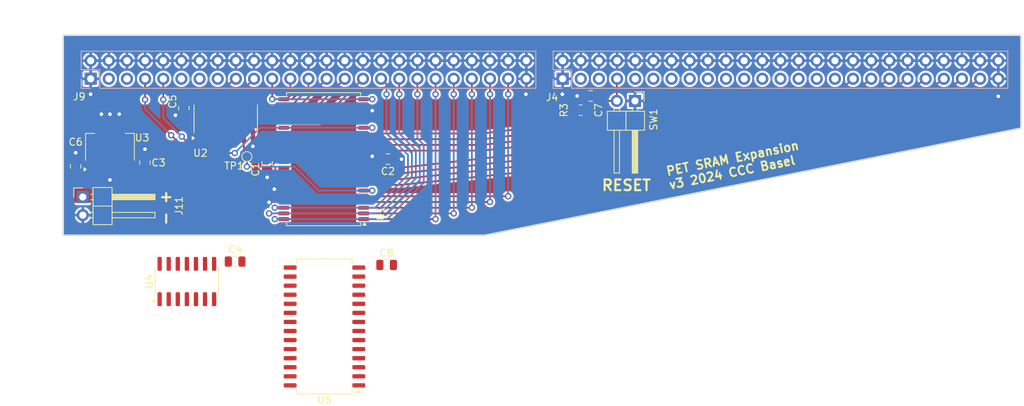
<source format=kicad_pcb>
(kicad_pcb (version 20221018) (generator pcbnew)

  (general
    (thickness 1.6)
  )

  (paper "A4")
  (title_block
    (title "CBM PET SRAM Expansion")
    (date "2024-03-06")
    (rev "3")
    (company "CCC Basel")
  )

  (layers
    (0 "F.Cu" signal)
    (31 "B.Cu" signal)
    (32 "B.Adhes" user "B.Adhesive")
    (33 "F.Adhes" user "F.Adhesive")
    (34 "B.Paste" user)
    (35 "F.Paste" user)
    (36 "B.SilkS" user "B.Silkscreen")
    (37 "F.SilkS" user "F.Silkscreen")
    (38 "B.Mask" user)
    (39 "F.Mask" user)
    (40 "Dwgs.User" user "User.Drawings")
    (41 "Cmts.User" user "User.Comments")
    (42 "Eco1.User" user "User.Eco1")
    (43 "Eco2.User" user "User.Eco2")
    (44 "Edge.Cuts" user)
    (45 "Margin" user)
    (46 "B.CrtYd" user "B.Courtyard")
    (47 "F.CrtYd" user "F.Courtyard")
    (48 "B.Fab" user)
    (49 "F.Fab" user)
    (50 "User.1" user)
    (51 "User.2" user)
    (52 "User.3" user)
    (53 "User.4" user)
    (54 "User.5" user)
    (55 "User.6" user)
    (56 "User.7" user)
    (57 "User.8" user)
    (58 "User.9" user)
  )

  (setup
    (stackup
      (layer "F.SilkS" (type "Top Silk Screen") (color "White"))
      (layer "F.Paste" (type "Top Solder Paste"))
      (layer "F.Mask" (type "Top Solder Mask") (color "Purple") (thickness 0.01))
      (layer "F.Cu" (type "copper") (thickness 0.035))
      (layer "dielectric 1" (type "core") (color "FR4 natural") (thickness 1.51) (material "FR4") (epsilon_r 4.5) (loss_tangent 0.02))
      (layer "B.Cu" (type "copper") (thickness 0.035))
      (layer "B.Mask" (type "Bottom Solder Mask") (color "Purple") (thickness 0.01))
      (layer "B.Paste" (type "Bottom Solder Paste"))
      (layer "B.SilkS" (type "Bottom Silk Screen") (color "White"))
      (copper_finish "None")
      (dielectric_constraints no)
    )
    (pad_to_mask_clearance 0)
    (aux_axis_origin 80 70)
    (pcbplotparams
      (layerselection 0x00013fc_ffffffff)
      (plot_on_all_layers_selection 0x0000000_00000000)
      (disableapertmacros false)
      (usegerberextensions false)
      (usegerberattributes true)
      (usegerberadvancedattributes true)
      (creategerberjobfile true)
      (dashed_line_dash_ratio 12.000000)
      (dashed_line_gap_ratio 3.000000)
      (svgprecision 4)
      (plotframeref false)
      (viasonmask false)
      (mode 1)
      (useauxorigin false)
      (hpglpennumber 1)
      (hpglpenspeed 20)
      (hpglpendiameter 15.000000)
      (dxfpolygonmode true)
      (dxfimperialunits true)
      (dxfusepcbnewfont true)
      (psnegative false)
      (psa4output false)
      (plotreference true)
      (plotvalue true)
      (plotinvisibletext false)
      (sketchpadsonfab false)
      (subtractmaskfromsilk true)
      (outputformat 1)
      (mirror false)
      (drillshape 0)
      (scaleselection 1)
      (outputdirectory "plot/")
    )
  )

  (net 0 "")
  (net 1 "+5V")
  (net 2 "GND")
  (net 3 "/BD0")
  (net 4 "/BD1")
  (net 5 "/BD2")
  (net 6 "/BD3")
  (net 7 "/BD4")
  (net 8 "/BD5")
  (net 9 "/BD6")
  (net 10 "/BD7")
  (net 11 "/~{SEL2}")
  (net 12 "/~{SEL3}")
  (net 13 "/~{SEL4}")
  (net 14 "/~{SEL5}")
  (net 15 "/~{SEL6}")
  (net 16 "/~{SEL7}")
  (net 17 "/~{SEL8}")
  (net 18 "/~{SEL9}")
  (net 19 "/~{SELA}")
  (net 20 "/~{SELB}")
  (net 21 "/~{RESET}")
  (net 22 "/READY")
  (net 23 "/~{NMI}")
  (net 24 "/BA0")
  (net 25 "/BA1")
  (net 26 "unconnected-(U1-DQ8-Pad29)")
  (net 27 "unconnected-(U1-DQ9-Pad30)")
  (net 28 "unconnected-(U1-DQ10-Pad31)")
  (net 29 "unconnected-(U1-DQ11-Pad32)")
  (net 30 "unconnected-(U1-DQ12-Pad35)")
  (net 31 "unconnected-(U1-DQ13-Pad36)")
  (net 32 "unconnected-(U1-DQ14-Pad37)")
  (net 33 "unconnected-(U1-DQ15-Pad38)")
  (net 34 "/BA2")
  (net 35 "/BA3")
  (net 36 "/BA4")
  (net 37 "/BA5")
  (net 38 "/BA6")
  (net 39 "/BA7")
  (net 40 "/BA8")
  (net 41 "/BA9")
  (net 42 "/BA10")
  (net 43 "/BA11")
  (net 44 "/BA12")
  (net 45 "/BA13")
  (net 46 "/BA14")
  (net 47 "/BA15")
  (net 48 "/SYNC")
  (net 49 "/~{IRQ}")
  (net 50 "/CPHI2")
  (net 51 "/BR{slash}W")
  (net 52 "/~{BR{slash}W}")
  (net 53 "unconnected-(J4-Pin_9-Pad9)")
  (net 54 "unconnected-(J4-Pin_11-Pad11)")
  (net 55 "/~{CE}")
  (net 56 "unconnected-(U1-NC-Pad28)")
  (net 57 "unconnected-(J9-Pin_3-Pad3)")
  (net 58 "unconnected-(J9-Pin_11-Pad11)")
  (net 59 "+9V")
  (net 60 "Net-(U2-Pad10)")
  (net 61 "Net-(U2-Pad3)")
  (net 62 "Net-(U2-Pad1)")
  (net 63 "Net-(U4-Pad3)")
  (net 64 "unconnected-(U4-Pad12)")

  (footprint "Capacitor_SMD:C_0805_2012Metric" (layer "F.Cu") (at 104.05 101.7))

  (footprint "Resistor_SMD:R_0805_2012Metric" (layer "F.Cu") (at 152.4 80.5 180))

  (footprint "Package_SO:SOIC-28W_7.5x18.7mm_P1.27mm" (layer "F.Cu") (at 116.55 110.795 180))

  (footprint "Capacitor_SMD:C_0805_2012Metric" (layer "F.Cu") (at 153.8 78.5 180))

  (footprint "Package_SO:SOIC-14_3.9x8.7mm_P1.27mm" (layer "F.Cu") (at 102.736 81.706 90))

  (footprint "Package_SO:SOIC-14_3.9x8.7mm_P1.27mm" (layer "F.Cu") (at 97.3 104.5 90))

  (footprint "Capacitor_SMD:C_0805_2012Metric" (layer "F.Cu") (at 125.436 87.356 180))

  (footprint "TestPoint:TestPoint_Pad_D1.0mm" (layer "F.Cu") (at 105.7 87))

  (footprint "Capacitor_SMD:C_0805_2012Metric" (layer "F.Cu") (at 125.25 102.175))

  (footprint "Package_SO:TSOP-II-44_10.16x18.41mm_P0.8mm" (layer "F.Cu") (at 116.436 87.356 180))

  (footprint "Capacitor_SMD:C_0805_2012Metric" (layer "F.Cu") (at 91.436 87.856 -90))

  (footprint "Connector_PinHeader_2.54mm:PinHeader_1x02_P2.54mm_Horizontal" (layer "F.Cu") (at 82.736 92.656))

  (footprint "Capacitor_SMD:C_0805_2012Metric" (layer "F.Cu") (at 96.886 80.206 -90))

  (footprint "Connector_PinHeader_2.54mm:PinHeader_1x02_P2.54mm_Horizontal" (layer "F.Cu") (at 160 79.2 -90))

  (footprint "Capacitor_SMD:C_0805_2012Metric" (layer "F.Cu") (at 81.736 88.356 -90))

  (footprint "Package_TO_SOT_SMD:SOT-223-3_TabPin2" (layer "F.Cu") (at 86.536 85.656 90))

  (footprint "Capacitor_SMD:C_0805_2012Metric" (layer "F.Cu") (at 108.536 87.956 -90))

  (footprint "Connector_PinSocket_2.54mm:PinSocket_2x25_P2.54mm_Vertical" (layer "B.Cu") (at 83.836 76.096 -90))

  (footprint "Connector_PinSocket_2.54mm:PinSocket_2x25_P2.54mm_Vertical" (layer "B.Cu") (at 149.876 76.096 -90))

  (gr_poly
    (pts
      (xy 80 70)
      (xy 80 98)
      (xy 139 98)
      (xy 214 83)
      (xy 214 70)
    )

    (stroke (width 0.2) (type solid)) (fill none) (layer "Edge.Cuts") (tstamp 0dd3ab04-e666-4b66-af39-8505a82aff56))
  (gr_text "RESET" (at 155.2 91.9) (layer "F.SilkS") (tstamp ada680d6-551e-4b61-90bd-9334076f4bff)
    (effects (font (size 1.5 1.5) (thickness 0.3) bold) (justify left bottom))
  )
  (gr_text "PET SRAM Expansion\nv3 2024 CCC Basel" (at 164.8 91.7 11.309) (layer "F.SilkS") (tstamp b8bf4f42-fff9-456d-9deb-5c596e5468c6)
    (effects (font (size 1.2 1.2) (thickness 0.25) bold) (justify left bottom))
  )
  (gr_text "+ -" (at 93.636 91.556 270) (layer "F.SilkS") (tstamp f575302a-e095-4194-ad15-ebc506393443)
    (effects (font (size 1.5 1.5) (thickness 0.3) bold) (justify left bottom))
  )
  (dimension (type aligned) (layer "Dwgs.User") (tstamp 25c5cbdf-1465-4209-b7a4-4f41b235d643)
    (pts (xy 80 70) (xy 80 98))
    (height 2.764)
    (gr_text "28.0000 mm" (at 76.086 84 90) (layer "Dwgs.User") (tstamp 25c5cbdf-1465-4209-b7a4-4f41b235d643)
      (effects (font (size 1 1) (thickness 0.15)))
    )
    (format (prefix "") (suffix "") (units 3) (units_format 1) (precision 4))
    (style (thickness 0.15) (arrow_length 1.27) (text_position_mode 0) (extension_height 0.58642) (extension_offset 0.5) keep_text_aligned)
  )
  (dimension (type aligned) (layer "Dwgs.User") (tstamp dd05ee48-d460-4f4a-ba7d-423e1f3733ea)
    (pts (xy 214 70) (xy 80 70))
    (height 2.944)
    (gr_text "134.0000 mm" (at 147 65.906) (layer "Dwgs.User") (tstamp dd05ee48-d460-4f4a-ba7d-423e1f3733ea)
      (effects (font (size 1 1) (thickness 0.15)))
    )
    (format (prefix "") (suffix "") (units 3) (units_format 1) (precision 4))
    (style (thickness 0.15) (arrow_length 1.27) (text_position_mode 0) (extension_height 0.58642) (extension_offset 0.5) keep_text_aligned)
  )

  (segment (start 122.0235 87.756) (end 124.086 87.756) (width 0.25) (layer "F.Cu") (net 1) (tstamp c20522a2-c75d-4d9e-92c2-e7d359269504))
  (segment (start 124.086 87.756) (end 124.486 87.356) (width 0.25) (layer "F.Cu") (net 1) (tstamp c4c63fba-9fac-4d2d-9ecf-969536ec52b4))
  (segment (start 91.436 86.906) (end 91.436 85.956) (width 0.25) (layer "F.Cu") (net 2) (tstamp 011df45a-c56a-4cc1-9390-1a39d77c223f))
  (segment (start 210.836 76.096) (end 210.836 78.556) (width 0.25) (layer "F.Cu") (net 2) (tstamp 0398e4cb-0d20-4d23-af3e-3bc6b738eff8))
  (segment (start 152.85 78.5) (end 151.9 78.5) (width 0.25) (layer "F.Cu") (net 2) (tstamp 09936fb2-eb94-4d8a-9873-04801f5759f6))
  (segment (start 108.844 93.356) (end 108.8 93.4) (width 0.25) (layer "F.Cu") (net 2) (tstamp 0f6ed585-000f-493a-a1da-af655a15f3bb))
  (segment (start 110.8485 91.756) (end 109.736 91.756) (width 0.25) (layer "F.Cu") (net 2) (tstamp 10849130-c65c-4a1b-8b9d-33883077c151))
  (segment (start 106.546 84.181) (end 106.546 85.546) (width 0.25) (layer "F.Cu") (net 2) (tstamp 1989c981-e8c9-437e-aa18-336ba27d20e3))
  (segment (start 109.736 91.756) (end 109.536 91.556) (width 0.25) (layer "F.Cu") (net 2) (tstamp 1dc7c261-655e-489f-be10-702d3af8c8c2))
  (segment (start 149.876 76.096) (end 149.876 78.216) (width 0.25) (layer "F.Cu") (net 2) (tstamp 1fcd1f41-3840-47bc-80a9-de34132cb6f1))
  (segment (start 149.876 78.216) (end 149.836 78.256) (width 0.25) (layer "F.Cu") (net 2) (tstamp 2461e001-2a15-4bb3-a45d-0c363a2f5b5e))
  (segment (start 86.536 82.506) (end 86.536 82.356) (width 0.25) (layer "F.Cu") (net 2) (tstamp 362d9b5f-ddf7-4b1b-9215-d9322123890b))
  (segment (start 81.736 87.406) (end 81.736 86.456) (width 0.25) (layer "F.Cu") (net 2) (tstamp 3f95890b-961e-49b9-9d7b-2cd1f8c21a78))
  (segment (start 87.836 81.056) (end 87.836 81.206) (width 0.25) (layer "F.Cu") (net 2) (tstamp 42078092-6477-4064-9e11-ff3e9c803262))
  (segment (start 110.8485 87.756) (end 109.686 87.756) (width 0.25) (layer "F.Cu") (net 2) (tstamp 52d4e1b7-11ba-49a4-aeef-1e251dd50a8b))
  (segment (start 144.796 76.096) (end 144.796 78.196) (width 0.25) (layer "F.Cu") (net 2) (tstamp 63babeaa-ecf6-48e5-bbb0-2f5fb51669aa))
  (segment (start 86.536 82.506) (end 86.536 81.056) (width 0.25) (layer "F.Cu") (net 2) (tstamp 68effc70-a377-4b29-a7e5-3ae799e4d3e2))
  (segment (start 108.536 89.9) (end 108.536 88.906) (width 0.25) (layer "F.Cu") (net 2) (tstamp 6939a953-6c23-42e9-acdf-16c2968e03e0))
  (segment (start 109.686 87.756) (end 108.536 88.906) (width 0.25) (layer "F.Cu") (net 2) (tstamp 74ec4e32-d966-4778-b2b6-a71d46c6fb7e))
  (segment (start 122.0235 82.156) (end 122.0235 79.756) (width 0.25) (layer "F.Cu") (net 2) (tstamp 7b5b16bd-9cef-467d-b98d-8008676e0a76))
  (segment (start 122.0235 80.556) (end 123.236 80.556) (width 0.25) (layer "F.Cu") (net 2) (tstamp 832b77e8-3371-4b11-969a-90365ff665de))
  (segment (start 86.536 88.806) (end 86.536 90.256) (width 0.25) (layer "F.Cu") (net 2) (tstamp 889a37ba-2ec4-4389-821d-231ac85d581b))
  (segment (start 144.796 78.196) (end 144.736 78.256) (width 0.25) (layer "F.Cu") (net 2) (tstamp a01d66c7-3530-4e84-93b0-5c7a832167e9))
  (segment (start 87.836 81.206) (end 86.536 82.506) (width 0.25) (layer "F.Cu") (net 2) (tstamp ab747960-7093-45f9-b1f1-cd9fd0f1d8b8))
  (segment (start 126.386 87.356) (end 127.336 87.356) (width 0.25) (layer "F.Cu") (net 2) (tstamp b0d89d18-2123-4989-946f-2fd81d9d417e))
  (segment (start 122.0235 86.956) (end 123.236 86.956) (width 0.25) (layer "F.Cu") (net 2) (tstamp cf250929-cd87-4d57-85f9-85282ed01c95))
  (segment (start 83.836 76.096) (end 83.836 78.256) (width 0.25) (layer "F.Cu") (net 2) (tstamp d2d77894-761e-45af-8fc8-cf6826cc2c6c))
  (segment (start 85.336 81.306) (end 85.336 81.056) (width 0.25) (layer "F.Cu") (net 2) (tstamp d3c403c2-b69d-4e1c-99b8-149abd142414))
  (segment (start 86.536 82.506) (end 85.336 81.306) (width 0.25) (layer "F.Cu") (net 2) (tstamp d6491325-e906-477a-8f83-c8392cc6110f))
  (segment (start 106.546 85.546) (end 106.536 85.556) (width 0.25) (layer "F.Cu") (net 2) (tstamp e50a67c0-8908-49ba-b1df-c003ad73d663))
  (segment (start 95.744 81.156) (end 95.7 81.2) (width 0.25) (layer "F.Cu") (net 2) (tstamp f5e250d8-bd92-4f93-83c9-a7dd879221ca))
  (segment (start 110.8485 93.356) (end 108.844 93.356) (width 0.25) (layer "F.Cu") (net 2) (tstamp f83fe4b3-c5da-4ac0-abe3-8f61916b9118))
  (segment (start 96.886 81.156) (end 95.744 81.156) (width 0.25) (layer "F.Cu") (net 2) (tstamp fbbf6420-a820-4acd-bd20-864b2326a1d4))
  (via (at 144.736 78.256) (size 0.9) (drill 0.5) (layers "F.Cu" "B.Cu") (net 2) (tstamp 039aec84-1c33-44dc-99ec-f49b9a192389))
  (via (at 86.536 81.056) (size 0.9) (drill 0.5) (layers "F.Cu" "B.Cu") (net 2) (tstamp 0da8a494-c134-49fe-b3a9-f9b3426eed95))
  (via (at 108.536 89.9) (size 0.9) (drill 0.5) (layers "F.Cu" "B.Cu") (net 2) (tstamp 3c91f8a7-3010-4453-a036-8e24be5db83c))
  (via (at 86.536 90.256) (size 0.9) (drill 0.5) (layers "F.Cu" "B.Cu") (net 2) (tstamp 3cfaebeb-7fe8-4b5d-92f6-c84a2aab1056))
  (via (at 91.436 85.956) (size 0.9) (drill 0.5) (layers "F.Cu" "B.Cu") (net 2) (tstamp 435c66de-af88-4171-a0b0-b8a13dccdc14))
  (via (at 127.336 87.356) (size 0.9) (drill 0.5) (layers "F.Cu" "B.Cu") (net 2) (tstamp 4568cc53-ba84-48b6-8d8c-24a739738e39))
  (via (at 95.7 81.2) (size 0.9) (drill 0.5) (layers "F.Cu" "B.Cu") (net 2) (tstamp 499cbfd1-0075-484f-a404-c5eff30afd46))
  (via (at 210.836 78.556) (size 0.9) (drill 0.5) (layers "F.Cu" "B.Cu") (net 2) (tstamp 56c45c2e-36a5-4810-a611-5eed89baa986))
  (via (at 83.836 78.256) (size 0.9) (drill 0.5) (layers "F.Cu" "B.Cu") (net 2) (tstamp 5c9ba0b8-0a39-41cd-8fc5-5302d914fbb4))
  (via (at 106.536 85.556) (size 0.9) (drill 0.5) (layers "F.Cu" "B.Cu") (net 2) (tstamp 6de8f9c1-096d-41ff-a901-6a6dfa13d2ec))
  (via (at 85.336 81.056) (size 0.9) (drill 0.5) (layers "F.Cu" "B.Cu") (net 2) (tstamp 7eec2928-bca4-4d37-9646-3aba21192767))
  (via (at 87.836 81.056) (size 0.9) (drill 0.5) (layers "F.Cu" "B.Cu") (net 2) (tstamp 83324a08-e1b8-4a03-8032-158e41eae093))
  (via (at 109.536 91.556) (size 0.9) (drill 0.5) (layers "F.Cu" "B.Cu") (net 2) (tstamp 86d33735-b360-4755-af67-087b8ac9b5ed))
  (via (at 81.736 86.456) (size 0.9) (drill 0.5) (layers "F.Cu" "B.Cu") (net 2) (tstamp 937a74fe-deb6-42a4-9615-0ba7fc53e4ce))
  (via (at 123.236 86.956) (size 0.9) (drill 0.5) (layers "F.Cu" "B.Cu") (net 2) (tstamp 94c22d19-779e-46c3-9c25-4e37a061dffc))
  (via (at 151.9 78.5) (size 0.9) (drill 0.5) (layers "F.Cu" "B.Cu") (net 2) (tstamp a612e9e5-1c63-443a-8260-f00bab1076ae))
  (via (at 149.836 78.256) (size 0.9) (drill 0.5) (layers "F.Cu" "B.Cu") (net 2) (tstamp a9cafa9f-febc-4963-b3c5-17ac6e3bca49))
  (via (at 123.236 80.556) (size 0.9) (drill 0.5) (layers "F.Cu" "B.Cu") (net 2) (tstamp e6e929ae-0523-4db8-bdf0-a5997f1e067c))
  (via (at 108.8 93.4) (size 0.9) (drill 0.5) (layers "F.Cu" "B.Cu") (net 2) (tstamp ef3cb2b4-b5f4-439b-b472-b9abb3eed76c))
  (segment (start 198.236 83.456) (end 208.296 76.096) (width 0.25) (layer "F.Cu") (net 3) (tstamp 5f48dd48-ebc5-4c5f-bcab-c23a9c526fd4))
  (segment (start 122.0235 90.956) (end 127.236 90.956) (width 0.25) (layer "F.Cu") (net 3) (tstamp 82451621-5713-4c11-91ec-1464e770cb62))
  (segment (start 127.236 90.956) (end 198.236 83.456) (width 0.25) (layer "F.Cu") (net 3) (tstamp 835ab5a1-f868-4b47-a523-e2ca04110ca7))
  (segment (start 127.236 90.156) (end 197.136 82.556) (width 0.25) (layer "F.Cu") (net 4) (tstamp 02d19dff-a912-4c0d-8d41-c09cdd687ea6))
  (segment (start 197.136 82.556) (end 205.756 76.096) (width 0.25) (layer "F.Cu") (net 4) (tstamp a7e4fffc-9c57-4788-bf5e-543a4ae7b240))
  (segment (start 122.0235 90.156) (end 127.236 90.156) (width 0.25) (layer "F.Cu") (net 4) (tstamp cd175cb7-98a1-481b-bff3-bb2edeca757c))
  (segment (start 127.236 89.356) (end 195.436 81.756) (width 0.25) (layer "F.Cu") (net 5) (tstamp 3b9d4edd-cd89-47f1-baf3-2a99385e6579))
  (segment (start 122.0235 89.356) (end 127.236 89.356) (width 0.25) (layer "F.Cu") (net 5) (tstamp 95b176f2-f12c-4764-8f4f-7434db73f48c))
  (segment (start 195.436 81.756) (end 203.216 76.096) (width 0.25) (layer "F.Cu") (net 5) (tstamp be87b0d6-0f90-4588-bb6c-a81be9b02549))
  (segment (start 122.0235 88.556) (end 127.236 88.556) (width 0.25) (layer "F.Cu") (net 6) (tstamp 0642edb1-5e44-4987-8698-e34388662104))
  (segment (start 193.936 80.956) (end 200.676 76.096) (width 0.25) (layer "F.Cu") (net 6) (tstamp 4e76c70b-60ed-4433-9857-4afdae5bbfb4))
  (segment (start 127.236 88.556) (end 193.936 80.956) (width 0.25) (layer "F.Cu") (net 6) (tstamp ae014804-4bcd-42af-952a-1c7012760ca3))
  (segment (start 138.636 86.156) (end 122.0235 86.156) (width 0.25) (layer "F.Cu") (net 7) (tstamp 18106df3-a01b-41e3-ab1d-22ccd183db8e))
  (segment (start 192.536 80.156) (end 138.636 86.156) (width 0.25) (layer "F.Cu") (net 7) (tstamp 87330fb0-7ba5-4249-89cd-d3da11a912aa))
  (segment (start 198.136 76.096) (end 192.536 80.156) (width 0.25) (layer "F.Cu") (net 7) (tstamp b15e6981-0138-4226-a6a5-0d4639d80d1c))
  (segment (start 138.636 85.356) (end 191.336 79.256) (width 0.25) (layer "F.Cu") (net 8) (tstamp 01e109a5-e999-410d-b49b-322c4b56062d))
  (segment (start 191.336 79.256) (end 195.596 76.096) (width 0.25) (layer "F.Cu") (net 8) (tstamp 783dcef2-8806-4070-aca7-381e809ed0dd))
  (segment (start 122.0235 85.356) (end 138.636 85.356) (width 0.25) (layer "F.Cu") (net 8) (tstamp dfce4006-ef62-40d0-bc1e-211bc2da1ccf))
  (segment (start 138.636 84.556) (end 122.0235 84.556) (width 0.25) (layer "F.Cu") (net 9) (tstamp a45e4668-8b22-4f92-8a93-16d0f7ae8ab6))
  (segment (start 189.936 78.456) (end 138.636 84.556) (width 0.25) (layer "F.Cu") (net 9) (tstamp b7cf3c08-4566-493d-81fc-76152365f243))
  (segment (start 193.056 76.096) (end 189.936 78.456) (width 0.25) (layer "F.Cu") (net 9) (tstamp e39a6c5a-9dea-4971-a421-836b654259a4))
  (segment (start 188.836 77.556) (end 138.636 83.756) (width 0.25) (layer "F.Cu") (net 10) (tstamp 23e087a9-501e-47be-9f7e-e404df1bcd4d))
  (segment (start 190.516 76.096) (end 188.836 77.556) (width 0.25) (layer "F.Cu") (net 10) (tstamp 35c33f3e-350f-44e5-884f-54e4e6bee590))
  (segment (start 138.636 83.756) (end 122.0235 83.756) (width 0.25) (layer "F.Cu") (net 10) (tstamp b3a1d0ac-fa74-4b88-a341-6b95fbb546be))
  (segment (start 157.46 76.132) (end 157.46 79.2) (width 0.25) (layer "F.Cu") (net 21) (tstamp 1c58a734-9233-4765-bf81-0cce6e05021e))
  (segment (start 154.75 78.75) (end 153.3125 80.1875) (width 0.25) (layer "F.Cu") (net 21) (tstamp 2314484d-83af-4de8-99af-5dbf64b0f33e))
  (segment (start 153.3125 80.1875) (end 153.3125 80.5) (width 0.25) (layer "F.Cu") (net 21) (tstamp 4cf663d1-14a0-49a5-a48a-5e9dbe418a22))
  (segment (start 154.75 78.5) (end 154.75 78.75) (width 0.25) (layer "F.Cu") (net 21) (tstamp 68a30df9-a8f4-4cac-abab-6d9f5f5f4622))
  (segment (start 155.45 79.2) (end 154.75 78.5) (width 0.25) (layer "F.Cu") (net 21) (tstamp 750e56d2-926c-4338-b544-7e1903809383))
  (segment (start 157.46 79.2) (end 155.45 79.2) (width 0.25) (layer "F.Cu") (net 21) (tstamp a8ddbf58-f0b4-44d8-af3e-7ab082ca1a51))
  (segment (start 157.496 76.096) (end 157.46 76.132) (width 0.25) (layer "F.Cu") (net 21) (tstamp f34e2ea7-c6f2-44b5-9267-d6e5baf0f496))
  (segment (start 142.256 76.096) (end 142.256 78.256) (width 0.25) (layer "F.Cu") (net 24) (tstamp 020f604d-0fe6-463c-a82a-6267d386259b))
  (segment (start 122.0235 92.556) (end 142.256 92.556) (width 0.25) (layer "F.Cu") (net 24) (tstamp 814f349b-529e-47b5-8a4e-8128beb5c433))
  (via (at 142.256 92.556) (size 0.9) (drill 0.5) (layers "F.Cu" "B.Cu") (net 24) (tstamp 43eecbe5-855b-4d0c-bb94-5c97987993a2))
  (via (at 142.256 78.256) (size 0.9) (drill 0.5) (layers "F.Cu" "B.Cu") (net 24) (tstamp 5fbb6034-1621-4b2b-bb7a-5f48775d76a3))
  (segment (start 142.256 78.256) (end 142.256 92.556) (width 0.25) (layer "B.Cu") (net 24) (tstamp 6871e2b2-dbad-43d0-84fc-b2c8b233aef2))
  (segment (start 138.136 93.356) (end 139.436 93.356) (width 0.25) (layer "F.Cu") (net 25) (tstamp 134f8063-d249-49c9-b8b0-3fb70fdebd0e))
  (segment (start 139.716 76.096) (end 139.716 78.256) (width 0.25) (layer "F.Cu") (net 25) (tstamp 3c705a89-1b06-4f5f-aab4-864d4222b559))
  (segment (start 122.0235 93.356) (end 138.136 93.356) (width 0.25) (layer "F.Cu") (net 25) (tstamp d43fd0b8-7670-410c-a5bf-2bff6a7c6789))
  (segment (start 138.136 93.356) (end 139.716 93.356) (width 0.25) (layer "F.Cu") (net 25) (tstamp f3d1b219-df4a-44af-ad78-a643d0bfca48))
  (via (at 139.716 93.356) (size 0.9) (drill 0.5) (layers "F.Cu" "B.Cu") (net 25) (tstamp 14839f69-e431-42ce-8717-8ca113c33a6f))
  (via (at 139.716 78.256) (size 0.9) (drill 0.5) (layers "F.Cu" "B.Cu") (net 25) (tstamp 83f2720d-713c-4039-92de-ee77b03a0c0f))
  (segment (start 139.716 78.256) (end 139.716 93.356) (width 0.25) (layer "B.Cu") (net 25) (tstamp 6b54c2bd-1503-4e6c-86e2-18920027d3a0))
  (segment (start 137.176 76.096) (end 137.176 78.256) (width 0.25) (layer "F.Cu") (net 34) (tstamp 08495a6b-d7c0-41ed-a908-d8f900d0d9d3))
  (segment (start 122.0235 94.156) (end 137.176 94.156) (width 0.25) (layer "F.Cu") (net 34) (tstamp 62e4a09f-c002-46f3-b68c-e5f3235e875c))
  (via (at 137.176 94.156) (size 0.9) (drill 0.5) (layers "F.Cu" "B.Cu") (net 34) (tstamp 709d8063-d17c-4699-b539-e14362b2765b))
  (via (at 137.176 78.256) (size 0.9) (drill 0.5) (layers "F.Cu" "B.Cu") (net 34) (tstamp dd1419a7-7528-4f37-b01a-9a8dbf40ea1b))
  (segment (start 137.176 78.256) (end 137.176 94.156) (width 0.25) (layer "B.Cu") (net 34) (tstamp 6c619bcf-c0eb-4112-868f-42670549d11c))
  (segment (start 134.636 76.096) (end 134.636 78.256) (width 0.25) (layer "F.Cu") (net 35) (tstamp 07535421-9495-49fb-b80e-4be889f5abe3))
  (segment (start 122.0235 94.956) (end 134.636 94.956) (width 0.25) (layer "F.Cu") (net 35) (tstamp c65d2d78-e370-4904-a8b4-e3a4d1785495))
  (via (at 134.636 78.256) (size 0.9) (drill 0.5) (layers "F.Cu" "B.Cu") (net 35) (tstamp 3c85e060-2fed-44b9-bfd7-3cc035e39341))
  (via (at 134.636 94.956) (size 0.9) (drill 0.5) (layers "F.Cu" "B.Cu") (net 35) (tstamp bff90011-e855-4eb7-ad81-9a16c7e67c0b))
  (segment (start 134.636 78.256) (end 134.636 94.956) (width 0.25) (layer "B.Cu") (net 35) (tstamp 116a8a3c-1ecc-45ac-b860-0a29550c1ef0))
  (segment (start 122.0235 95.756) (end 132.096 95.756) (width 0.25) (layer "F.Cu") (net 36) (tstamp 49599bbd-3326-4c2b-8183-28e1efd62095))
  (segment (start 132.096 76.096) (end 132.096 78.256) (width 0.25) (layer "F.Cu") (net 36) (tstamp f1dffd1b-a4ff-469e-ab2e-429c5296c84d))
  (via (at 132.096 95.756) (size 0.9) (drill 0.5) (layers "F.Cu" "B.Cu") (net 36) (tstamp 75a8f135-8adb-4b6b-beeb-3af057711318))
  (via (at 132.096 78.256) (size 0.9) (drill 0.5) (layers "F.Cu" "B.Cu") (net 36) (tstamp e38f64e9-f752-4d98-884b-15b5e2410167))
  (segment (start 132.096 78.256) (end 132.096 95.756) (width 0.25) (layer "B.Cu") (net 36) (tstamp b1733f6c-51b0-4979-af2d-0b3fd7c64ce2))
  (segment (start 110.8485 95.756) (end 109.6 95.756) (width 0.25) (layer "F.Cu") (net 37) (tstamp 85fc29e2-202a-4a96-887f-139648905978))
  (segment (start 129.556 76.096) (end 129.556 78.256) (width 0.25) (layer "F.Cu") (net 37) (tstamp dde30f11-b05b-4b62-94d0-6764e9593a1b))
  (via (at 129.556 78.256) (size 0.9) (drill 0.5) (layers "F.Cu" "B.Cu") (net 37) (tstamp 13010197-576b-4291-861b-bcc609ab8064))
  (via (at 109.6 95.756) (size 0.9) (drill 0.5) (layers "F.Cu" "B.Cu") (net 37) (tstamp d96303bf-6731-48b0-b9f8-99c6fedebb50))
  (segment (start 110.7 95.756) (end 125.336 95.756) (width 0.25) (layer "B.Cu") (net 37) (tstamp 3378b7de-b058-4d5f-b7db-7d6c8098e9d9))
  (segment (start 125.336 95.756) (end 130.436 90.656) (width 0.25) (layer "B.Cu") (net 37) (tstamp 451abffc-ca37-4190-8a40-72d50ab22c78))
  (segment (start 129.556 84.456) (end 129.556 78.256) (width 0.25) (layer "B.Cu") (net 37) (tstamp 6b950704-fb64-4b6e-aa52-288b8f53f027))
  (segment (start 130.436 90.656) (end 130.436 85.336) (width 0.25) (layer "B.Cu") (net 37) (tstamp ac030d1d-271d-488b-ab80-ab19f8be3972))
  (segment (start 110.7 95.756) (end 109.6 95.756) (width 0.25) (layer "B.Cu") (net 37) (tstamp d5ce479d-5090-48ca-bb4f-003efee9a21f))
  (segment (start 130.436 85.336) (end 129.556 84.456) (width 0.25) (layer "B.Cu") (net 37) (tstamp ded8643c-4ad5-42d0-a631-34bcc210625d))
  (segment (start 127.016 76.096) (end 127.016 78.256) (width 0.25) (layer "F.Cu") (net 38) (tstamp 875c5c11-85b1-4ab1-9459-70549c2459b5))
  (segment (start 110.8485 94.956) (end 108.8 94.956) (width 0.25) (layer "F.Cu") (net 38) (tstamp 9a243ff6-d87c-4815-969b-c0df1fb1cdd3))
  (via (at 108.8 94.956) (size 0.9) (drill 0.5) (layers "F.Cu" "B.Cu") (net 38) (tstamp 36cbb6e1-ccc4-4b64-9230-6c7a6540d29b))
  (via (at 127.016 78.256) (size 0.9) (drill 0.5) (layers "F.Cu" "B.Cu") (net 38) (tstamp b58461f6-c0fe-46f7-b6db-99c9faaeb3a4))
  (segment (start 124.436 94.956) (end 129.336 90.056) (width 0.25) (layer "B.Cu") (net 38) (tstamp 298d72bd-1dc0-4bf5-aaa2-1fa98a391c63))
  (segment (start 127.016 83.756) (end 127.016 78.256) (width 0.25) (layer "B.Cu") (net 38) (tstamp 37e541a9-0109-43b9-a99f-287be6ffe8dc))
  (segment (start 108.8 94.956) (end 124.436 94.956) (width 0.25) (layer "B.Cu") (net 38) (tstamp 5993c3bb-14b8-4432-8371-01178c4a770a))
  (segment (start 129.336 86.076) (end 127.016 83.756) (width 0.25) (layer "B.Cu") (net 38) (tstamp 5dfd6381-e099-4afc-90fc-651ee1f3bdae))
  (segment (start 129.336 90.056) (end 129.336 86.076) (width 0.25) (layer "B.Cu") (net 38) (tstamp d66f6f2a-0cf9-4c27-8bde-3d14c78672a2))
  (segment (start 125.236 76.856) (end 125.236 78.256) (width 0.25) (layer "F.Cu") (net 39) (tstamp 26c9cfe9-ef15-405d-9c12-05fab8df8534))
  (segment (start 110.8485 94.156) (end 109.6 94.156) (width 0.25) (layer "F.Cu") (net 39) (tstamp 8e2e95e9-78d3-47e3-a625-465e16bf8aac))
  (segment (start 124.476 76.096) (end 125.236 76.856) (width 0.25) (layer "F.Cu") (net 39) (tstamp ecb62fbe-91f0-4288-9833-d8f9dc60be17))
  (via (at 109.6 94.156) (size 0.9) (drill 0.5) (layers "F.Cu" "B.Cu") (net 39) (tstamp 8b957ae4-1db8-4c8b-9b01-faaead3d10bc))
  (via (at 125.236 78.256) (size 0.9) (drill 0.5) (layers "F.Cu" "B.Cu") (net 39) (tstamp cad7a454-de5a-4730-9879-28e956fa3151))
  (segment (start 128.236 86.756) (end 125.236 83.756) (width 0.25) (layer "B.Cu") (net 39) (tstamp 0e2ecc40-af59-4899-abe0-466611df9de0))
  (segment (start 110.7 94.156) (end 109.6 94.156) (width 0.25) (layer "B.Cu") (net 39) (tstamp 62d53463-330e-4779-a557-226a697adad9))
  (segment (start 128.236 89.556) (end 128.236 86.756) (width 0.25) (layer "B.Cu") (net 39) (tstamp a00d1442-8a79-4d6d-b6eb-27da1ab0700d))
  (segment (start 110.7 94.156) (end 123.636 94.156) (width 0.25) (layer "B.Cu") (net 39) (tstamp b3203f21-986a-48a5-83be-860daf3e474c))
  (segment (start 123.636 94.156) (end 128.236 89.556) (width 0.25) (layer "B.Cu") (net 39) (tstamp e577a315-f78a-4cc1-a51a-ce77de8b5bde))
  (segment (start 125.236 83.756) (end 125.236 78.256) (width 0.25) (layer "B.Cu") (net 39) (tstamp f3c0f086-3dcc-4108-be8f-d33f2bb8dc96))
  (segment (start 115.876 82.156) (end 110.8485 82.156) (width 0.25) (layer "F.Cu") (net 40) (tstamp 010958d7-4ff9-4017-908b-bcb84847a579))
  (segment (start 121.936 76.096) (end 115.876 82.156) (width 0.25) (layer "F.Cu") (net 40) (tstamp e0feb040-362b-47bc-9dea-e729cc91bbd2))
  (segment (start 119.396 76.096) (end 114.136 81.356) (width 0.25) (layer "F.Cu") (net 41) (tstamp 51c2af67-508b-418f-9235-5b04d7e1a3c7))
  (segment (start 114.136 81.356) (end 110.8485 81.356) (width 0.25) (layer "F.Cu") (net 41) (tstamp 92434bb8-a998-45f1-a9a3-8f4dbffdd269))
  (segment (start 112.396 80.556) (end 110.8485 80.556) (width 0.25) (layer "F.Cu") (net 42) (tstamp d8441ec3-aed2-4e8a-b246-19caad8dfefb))
  (segment (start 116.856 76.096) (end 112.396 80.556) (width 0.25) (layer "F.Cu") (net 42) (tstamp d8ab2074-0589-4137-93bd-3cb3777c6f59))
  (segment (start 114.316 77.476) (end 112.036 79.756) (width 0.25) (layer "F.Cu") (net 43) (tstamp 4d59f33b-df21-4c30-a4f0-0cfc34fe55e8))
  (segment (start 112.036 79.756) (end 110.8485 79.756) (width 0.25) (layer "F.Cu") (net 43) (tstamp 809b8f15-c255-45ea-9082-13b674f29876))
  (segment (start 114.316 76.096) (end 114.316 77.476) (width 0.25) (layer "F.Cu") (net 43) (tstamp aea176ed-cef3-4540-bc24-f911979fc88c))
  (segment (start 111.236 78.956) (end 110.8485 78.956) (width 0.25) (layer "F.Cu") (net 44) (tstamp 1289305a-38a6-4836-a4f1-0762bfd07694))
  (segment (start 111.776 76.096) (end 111.776 78.416) (width 0.25) (layer "F.Cu") (net 44) (tstamp 5e10f963-6c67-4542-84f2-2535a724b82d))
  (segment (start 111.776 78.416) (end 111.236 78.956) (width 0.25) (layer "F.Cu") (net 44) (tstamp afcfdb1f-9b22-4528-83e1-e5bdc940f4f3))
  (segment (start 109.136 76.196) (end 109.236 76.096) (width 0.25) (layer "F.Cu") (net 45) (tstamp 15dc3a1a-47b5-487a-9e40-1f1792c8fe7b))
  (segment (start 109.236 78.956) (end 109.236 76.096) (width 0.25) (layer "F.Cu") (net 45) (tstamp a5ad01c4-b5b7-41ea-854a-6118db11ff0c))
  (segment (start 122.0235 78.956) (end 123.236 78.956) (width 0.25) (layer "F.Cu") (net 45) (tstamp a802355e-5025-4342-91c2-7847dfc1dead))
  (via (at 109.236 78.956) (size 0.9) (drill 0.5) (layers "F.Cu" "B.Cu") (net 45) (tstamp b10d1706-0328-4c9f-9ac6-75161d819323))
  (via (at 123.236 78.956) (size 0.9) (drill 0.5) (layers "F.Cu" "B.Cu") (net 45) (tstamp f4adb965-1cbf-443a-a5ac-51a0420adb37))
  (segment (start 123.236 78.956) (end 109.236 78.956) (width 0.25) (layer "B.Cu") (net 45) (tstamp 7690d969-2743-4eb6-9cb3-f8f93b68ec7d))
  (segment (start 105.276 77.516) (end 105.276 79.231) (width 0.25) (layer "F.Cu") (net 46) (tstamp 10c74fc4-d1bc-42e6-b278-efca742612c2))
  (segment (start 106.696 76.096) (end 105.276 77.516) (width 0.25) (layer "F.Cu") (net 46) (tstamp d4859b5d-6124-4155-9b6c-f19f3f610b08))
  (segment (start 103.946 76.096) (end 101.466 78.576) (width 0.25) (layer "F.Cu") (net 47) (tstamp 2a5ecab4-ffb5-442e-8eee-948422b2dcdb))
  (segment (start 104.156 76.096) (end 103.946 76.096) (width 0.25) (layer "F.Cu") (net 47) (tstamp 5d21e5b2-9399-4d71-9ee2-4ef3ba9f6939))
  (segment (start 100.196 79.231) (end 101.466 79.231) (width 0.25) (layer "F.Cu") (net 47) (tstamp a075c27a-9298-401d-9a1c-ea1bb39cfb14))
  (segment (start 101.466 78.576) (end 101.466 79.231) (width 0.25) (layer "F.Cu") (net 47) (tstamp c4c6569d-c674-4539-8a22-4f174fddb174))
  (segment (start 98.1 85.7) (end 96.581 84.181) (width 0.25) (layer "F.Cu") (net 50) (tstamp 5511dabb-f422-4236-99bd-88304e02d1ac))
  (segment (start 93.996 78.996) (end 94 79) (width 0.25) (layer "F.Cu") (net 50) (tstamp 6d912f34-c767-4b88-a353-d9cd6686388c))
  (segment (start 103.2 85.7) (end 98.1 85.7) (width 0.25) (layer "F.Cu") (net 50) (tstamp 7c6a7598-c628-4df0-8885-4f2b0eb183a2))
  (segment (start 104.006 84.894) (end 103.2 85.7) (width 0.25) (layer "F.Cu") (net 50) (tstamp a29e8e6c-d9e5-462e-aef3-5dc09603483a))
  (segment (start 93.996 76.096) (end 93.996 78.996) (width 0.25) (layer "F.Cu") (net 50) (tstamp daadd63e-43b4-4eb4-bcc7-078eb60b28fe))
  (segment (start 104.006 84.181) (end 104.006 84.894) (width 0.25) (layer "F.Cu") (net 50) (tstamp fb1c2f0b-27ce-40dd-9fb7-91bd4b57a686))
  (via (at 94 79) (size 0.9) (drill 0.5) (layers "F.Cu" "B.Cu") (net 50) (tstamp 2e777cac-89f7-40bc-8b8a-60c2ed27d618))
  (via (at 96.581 84.181) (size 0.9) (drill 0.5) (layers "F.Cu" "B.Cu") (net 50) (tstamp a74c2284-d92f-4cd9-9251-ae43359d094f))
  (segment (start 94 81.6) (end 96.581 84.181) (width 0.25) (layer "B.Cu") (net 50) (tstamp 8e2a9206-1de8-4490-be0c-96f69871a223))
  (segment (start 94 79) (end 94 81.6) (width 0.25) (layer "B.Cu") (net 50) (tstamp b2119a54-678e-4839-8cb1-e1066e9b9b72))
  (segment (start 97.6 86.5) (end 95.1 84) (width 0.25) (layer "F.Cu") (net 51) (tstamp 3c67bb1f-3b6a-4149-8f96-97d0aa3ebdd4))
  (segment (start 91.456 78.994) (end 91.45 79) (width 0.25) (layer "F.Cu") (net 51) (tstamp 5ab5e0eb-745b-435b-be96-8798c51eb73c))
  (segment (start 102.5 86.5) (end 104 86.5) (width 0.25) (layer "F.Cu") (net 51) (tstamp 603fcff7-1c30-49d2-b499-fd42587d6cd1))
  (segment (start 91.456 76.096) (end 91.456 78.994) (width 0.25) (layer "F.Cu") (net 51) (tstamp 8dcd2ac9-c46a-4b6e-ae61-34df0939d32a))
  (segment (start 102.5 86.5) (end 97.6 86.5) (width 0.25) (layer "F.Cu") (net 51) (tstamp a118375b-2be7-4dce-b9aa-b3ad11a14bf2))
  (segment (start 122.0235 82.956) (end 123.236 82.956) (width 0.25) (layer "F.Cu") (net 51) (tstamp d33bee71-684b-4ae6-bbfd-c6b1bb3ff260))
  (via (at 95.1 84) (size 0.9) (drill 0.5) (layers "F.Cu" "B.Cu") (net 51) (tstamp 4687cea2-3ac2-4b94-8ebf-b4211242dff8))
  (via (at 91.45 79) (size 0.9) (drill 0.5) (layers "F.Cu" "B.Cu") (net 51) (tstamp 4aad6580-645b-4569-8549-f1b301987973))
  (via (at 123.236 82.956) (size 0.9) (drill 0.5) (layers "F.Cu" "B.Cu") (net 51) (tstamp 4b03fdc9-afd1-43e9-a3b3-5e84ab75b4fd))
  (via (at 104 86.5) (size 0.9) (drill 0.5) (layers "F.Cu" "B.Cu") (net 51) (tstamp d8eacfae-0cda-44e0-bf11-c6d6dee46ee6))
  (segment (start 109 82.956) (end 108.4 82.956) (width 0.25) (layer "B.Cu") (net 51) (tstamp 28d64a49-a626-46e5-85dd-ac412ddfae81))
  (segment (start 108.4 82.956) (end 107.544 82.956) (width 0.25) (layer "B.Cu") (net 51) (tstamp 5232c364-58d2-4a60-953f-cb6a284fecfe))
  (segment (start 91.45 80.35) (end 95.1 84) (width 0.25) (layer "B.Cu") (net 51) (tstamp 9f23f626-5f41-4d57-a5bd-9ac974378a9c))
  (segment (start 109 82.956) (end 109.6 82.956) (width 0.25) (layer "B.Cu") (net 51) (tstamp ac816282-554d-476c-8772-05a38b5181ee))
  (segment (start 107.544 82.956) (end 104 86.5) (width 0.25) (layer "B.Cu") (net 51) (tstamp eb92daa5-b144-4ded-8688-6843ba1ffe36))
  (segment (start 109.6 82.956) (end 123.236 82.956) (width 0.25) (layer "B.Cu") (net 51) (tstamp f4c3cac2-f22d-4f3c-9f6c-bc8f781c2061))
  (segment (start 91.45 79) (end 91.45 80.35) (width 0.25) (layer "B.Cu") (net 51) (tstamp ffbe0600-85f2-4ce8-bf6b-ccf80660a3ea))
  (segment (start 105.7 87) (end 105.7 88.4) (width 0.25) (layer "F.Cu") (net 55) (tstamp 226c49bd-edc4-4e34-98ce-033a6a1bb280))
  (segment (start 105.276 84.181) (end 105.276 86.576) (width 0.25) (layer "F.Cu") (net 55) (tstamp 61683917-b88c-45a9-a829-d1a24dbeab8f))
  (segment (start 105.276 86.576) (end 105.7 87) (width 0.25) (layer "F.Cu") (net 55) (tstamp da09ce52-e9ec-4c80-8672-71be7a81abf8))
  (segment (start 122.0235 91.756) (end 123.236 91.756) (width 0.25) (layer "F.Cu") (net 55) (tstamp e0fc4976-9876-4351-a4f3-419aae9c4592))
  (via (at 123.236 91.756) (size 0.9) (drill 0.5) (layers "F.Cu" "B.Cu") (net 55) (tstamp 03f7edb3-591e-4b3a-8437-1d5bfc9ba96d))
  (via (at 105.7 88.4) (size 0.9) (drill 0.5) (layers "F.Cu" "B.Cu") (net 55) (tstamp 12eab838-bbc1-40e8-ad2f-bb643a9ea58c))
  (segment (start 112.38 88.4) (end 115.736 91.756) (width 0.25) (layer "B.Cu") (net 55) (tstamp 9985f5a6-779d-45d1-85a7-63a49eded0cd))
  (segment (start 123.236 91.756) (end 115.736 91.756) (width 0.25) (layer "B.Cu") (net 55) (tstamp c9f61096-80c1-4fde-93a3-10567d9e1c24))
  (segment (start 105.7 88.4) (end 112.38 88.4) (width 0.25) (layer "B.Cu") (net 55) (tstamp d51b7ac8-5022-4733-950a-4b988f75edb1))
  (segment (start 102.736 79.231) (end 104.006 79.231) (width 0.25) (layer "F.Cu") (net 60) (tstamp 6aa451d5-922d-4955-9ac6-73eaa072d216))
  (segment (start 101.466 84.181) (end 102.736 84.181) (width 0.25) (layer "F.Cu") (net 61) (tstamp 3d8ec1f1-32e3-430b-a758-d93d7836eac6))
  (segment (start 98.926 84.181) (end 100.196 84.181) (width 0.25) (layer "F.Cu") (net 62) (tstamp 16abea53-a53e-4895-998c-5801ad7ccc6f))
  (segment (start 104.7 82.6) (end 101 82.6) (width 0.25) (layer "F.Cu") (net 62) (tstamp 424177b1-d3f0-4c78-aff5-9738451883a3))
  (segment (start 98.907 84.2) (end 98.926 84.181) (width 0.25) (layer "F.Cu") (net 62) (tstamp 4772aff9-8050-4384-843f-8447a3870a78))
  (segment (start 101 82.6) (end 100.196 83.404) (width 0.25) (layer "F.Cu") (net 62) (tstamp 8d83f337-4247-4ed5-b76e-203cbc78bbe0))
  (segment (start 106.546 79.231) (end 106.546 80.754) (width 0.25) (layer "F.Cu") (net 62) (tstamp ae097f41-9cb8-4f23-8738-563b1c1574eb))
  (segment (start 106.546 80.754) (end 104.7 82.6) (width 0.25) (layer "F.Cu") (net 62) (tstamp c048efff-86bf-4692-88f2-893ff1ded9bd))
  (segment (start 100.196 83.404) (end 100.196 84.181) (width 0.25) (layer "F.Cu") (net 62) (tstamp c4aa03e0-3f2c-4802-9cd4-bc5921c0b7e3))

  (zone (net 1) (net_name "+5V") (layer "F.Cu") (tstamp 28ff3e11-f060-4459-a227-48c70b8cedca) (hatch edge 0.5)
    (connect_pads (clearance 0.3))
    (min_thickness 0.2) (filled_areas_thickness no)
    (fill yes (thermal_gap 0.4) (thermal_bridge_width 0.4))
    (polygon
      (pts
        (xy 80 98)
        (xy 214 98)
        (xy 214 70)
        (xy 80 70)
      )
    )
    (filled_polygon
      (layer "F.Cu")
      (pts
        (xy 125.575079 86.600407)
        (xy 125.611043 86.649907)
        (xy 125.611043 86.711093)
        (xy 125.608986 86.716818)
        (xy 125.596123 86.749436)
        (xy 125.5855 86.837893)
        (xy 125.5855 87.874106)
        (xy 125.592812 87.934996)
        (xy 125.596123 87.962564)
        (xy 125.606248 87.988239)
        (xy 125.608986 87.995182)
        (xy 125.612744 88.056251)
        (xy 125.579889 88.107867)
        (xy 125.522969 88.130313)
        (xy 125.516888 88.1305)
        (xy 125.457719 88.1305)
        (xy 125.399528 88.111593)
        (xy 125.363564 88.062093)
        (xy 125.36265 88.00388)
        (xy 125.3831 87.933489)
        (xy 125.386 87.896636)
        (xy 125.386 87.556001)
        (xy 125.385999 87.556)
        (xy 124.385 87.556)
        (xy 124.326809 87.537093)
        (xy 124.290845 87.487593)
        (xy 124.286 87.457)
        (xy 124.286 87.255)
        (xy 124.304907 87.196809)
        (xy 124.354407 87.160845)
        (xy 124.385 87.156)
        (xy 125.385999 87.156)
        (xy 125.386 87.155999)
        (xy 125.386 86.815363)
        (xy 125.3831 86.77851)
        (xy 125.36265 86.70812)
        (xy 125.364572 86.646965)
        (xy 125.402073 86.598619)
        (xy 125.457719 86.5815)
        (xy 125.516888 86.5815)
      )
    )
    (filled_polygon
      (layer "F.Cu")
      (pts
        (xy 213.958691 70.019407)
        (xy 213.994655 70.068907)
        (xy 213.9995 70.0995)
        (xy 213.9995 82.918429)
        (xy 213.980593 82.97662)
        (xy 213.931093 83.012584)
        (xy 213.919915 83.015506)
        (xy 139.009565 97.997577)
        (xy 138.99015 97.9995)
        (xy 80.0995 97.9995)
        (xy 80.041309 97.980593)
        (xy 80.005345 97.931093)
        (xy 80.0005 97.9005)
        (xy 80.0005 95.196)
        (xy 81.580571 95.196)
        (xy 81.600244 95.408311)
        (xy 81.612683 95.452028)
        (xy 81.658595 95.613389)
        (xy 81.753634 95.804255)
        (xy 81.882128 95.974407)
        (xy 81.88371 95.975849)
        (xy 82.039692 96.118047)
        (xy 82.039699 96.118053)
        (xy 82.14217 96.1815)
        (xy 82.220981 96.230298)
        (xy 82.419802 96.307321)
        (xy 82.62939 96.3465)
        (xy 82.84261 96.3465)
        (xy 83.052198 96.307321)
        (xy 83.251019 96.230298)
        (xy 83.432302 96.118052)
        (xy 83.589872 95.974407)
        (xy 83.718366 95.804255)
        (xy 83.813405 95.613389)
        (xy 83.871756 95.40831)
        (xy 83.891429 95.196)
        (xy 83.871756 94.98369)
        (xy 83.863879 94.956004)
        (xy 108.044751 94.956004)
        (xy 108.063685 95.124053)
        (xy 108.063688 95.124065)
        (xy 108.119544 95.28369)
        (xy 108.119544 95.283691)
        (xy 108.20952 95.426886)
        (xy 108.209523 95.42689)
        (xy 108.32911 95.546477)
        (xy 108.329112 95.546478)
        (xy 108.329113 95.546479)
        (xy 108.359763 95.565738)
        (xy 108.47231 95.636456)
        (xy 108.536232 95.658823)
        (xy 108.631934 95.692311)
        (xy 108.631938 95.692312)
        (xy 108.631941 95.692313)
        (xy 108.761767 95.706941)
        (xy 108.817473 95.732244)
        (xy 108.847669 95.78546)
        (xy 108.849058 95.794233)
        (xy 108.863685 95.924053)
        (xy 108.863688 95.924065)
        (xy 108.919544 96.08369)
        (xy 108.919544 96.083691)
        (xy 109.00952 96.226886)
        (xy 109.009523 96.22689)
        (xy 109.12911 96.346477)
        (xy 109.129112 96.346478)
        (xy 109.129113 96.346479)
        (xy 109.272306 96.436454)
        (xy 109.27231 96.436456)
        (xy 109.336232 96.458823)
        (xy 109.431934 96.492311)
        (xy 109.431938 96.492312)
        (xy 109.431941 96.492313)
        (xy 109.431942 96.492313)
        (xy 109.431946 96.492314)
        (xy 109.599996 96.511249)
        (xy 109.6 96.511249)
        (xy 109.600004 96.511249)
        (xy 109.768053 96.492314)
        (xy 109.768055 96.492313)
        (xy 109.768059 96.492313)
        (xy 109.92769 96.436456)
        (xy 110.07089 96.346477)
        (xy 110.070891 96.346475)
        (xy 110.075597 96.343519)
        (xy 110.077057 96.345842)
        (xy 110.124115 96.328099)
        (xy 110.137954 96.328425)
        (xy 110.14115 96.328724)
        (xy 110.141151 96.328725)
        (xy 110.170736 96.331499)
        (xy 110.170738 96.3315)
        (xy 110.170744 96.3315)
        (xy 111.526262 96.3315)
        (xy 111.526265 96.331499)
        (xy 111.555849 96.328725)
        (xy 111.680475 96.285116)
        (xy 111.786711 96.206711)
        (xy 111.865116 96.100475)
        (xy 111.908725 95.975849)
        (xy 111.9115 95.946256)
        (xy 111.9115 95.565744)
        (xy 111.9115 95.565738)
        (xy 111.911499 95.565733)
        (xy 111.908725 95.536155)
        (xy 111.908725 95.536151)
        (xy 111.865116 95.411525)
        (xy 111.865115 95.411523)
        (xy 111.861648 95.404962)
        (xy 111.863863 95.403791)
        (xy 111.848182 95.356761)
        (xy 111.863591 95.308064)
        (xy 111.861648 95.307038)
        (xy 111.865115 95.300476)
        (xy 111.865114 95.300476)
        (xy 111.865116 95.300475)
        (xy 111.908725 95.175849)
        (xy 111.9115 95.146256)
        (xy 111.9115 94.765744)
        (xy 111.9115 94.765738)
        (xy 111.911499 94.765733)
        (xy 111.908725 94.736155)
        (xy 111.908725 94.736151)
        (xy 111.865116 94.611525)
        (xy 111.865115 94.611523)
        (xy 111.861648 94.604962)
        (xy 111.863863 94.603791)
        (xy 111.848182 94.556761)
        (xy 111.863591 94.508064)
        (xy 111.861648 94.507038)
        (xy 111.865115 94.500476)
        (xy 111.865114 94.500476)
        (xy 111.865116 94.500475)
        (xy 111.908725 94.375849)
        (xy 111.9115 94.346256)
        (xy 111.9115 93.965744)
        (xy 111.9115 93.965738)
        (xy 111.911499 93.965733)
        (xy 111.908725 93.936155)
        (xy 111.908725 93.936151)
        (xy 111.865116 93.811525)
        (xy 111.865115 93.811523)
        (xy 111.861648 93.804962)
        (xy 111.863863 93.803791)
        (xy 111.848182 93.756761)
        (xy 111.863591 93.708064)
        (xy 111.861648 93.707038)
        (xy 111.865115 93.700476)
        (xy 111.865114 93.700476)
        (xy 111.865116 93.700475)
        (xy 111.908725 93.575849)
        (xy 111.9115 93.546256)
        (xy 111.9115 93.165744)
        (xy 111.9115 93.165738)
        (xy 111.911499 93.165733)
        (xy 111.908725 93.136155)
        (xy 111.908725 93.136151)
        (xy 111.895863 93.099396)
        (xy 111.89449 93.038228)
        (xy 111.910425 93.006879)
        (xy 111.94642 92.959413)
        (xy 111.946423 92.959408)
        (xy 112.000626 92.821959)
        (xy 112.008548 92.756)
        (xy 109.688452 92.756)
        (xy 109.696102 92.819695)
        (xy 109.684268 92.879725)
        (xy 109.63941 92.921335)
        (xy 109.597808 92.9305)
        (xy 109.432874 92.9305)
        (xy 109.374683 92.911593)
        (xy 109.362876 92.901509)
        (xy 109.27089 92.809523)
        (xy 109.270887 92.809521)
        (xy 109.270886 92.80952)
        (xy 109.127691 92.719544)
        (xy 108.968065 92.663688)
        (xy 108.968053 92.663685)
        (xy 108.800004 92.644751)
        (xy 108.799996 92.644751)
        (xy 108.631946 92.663685)
        (xy 108.631934 92.663688)
        (xy 108.472309 92.719544)
        (xy 108.472308 92.719544)
        (xy 108.329113 92.80952)
        (xy 108.20952 92.929113)
        (xy 108.119544 93.072308)
        (xy 108.119544 93.072309)
        (xy 108.063688 93.231934)
        (xy 108.063685 93.231946)
        (xy 108.044751 93.399995)
        (xy 108.044751 93.400004)
        (xy 108.063685 93.568053)
        (xy 108.063688 93.568065)
        (xy 108.119544 93.72769)
        (xy 108.119544 93.727691)
        (xy 108.182768 93.82831)
        (xy 108.209523 93.87089)
        (xy 108.32911 93.990477)
        (xy 108.329112 93.990478)
        (xy 108.329113 93.990479)
        (xy 108.402284 94.036456)
        (xy 108.47231 94.080456)
        (xy 108.481899 94.083811)
        (xy 108.484027 94.084556)
        (xy 108.532707 94.121621)
        (xy 108.550304 94.180222)
        (xy 108.530096 94.237973)
        (xy 108.484027 94.271444)
        (xy 108.472309 94.275544)
        (xy 108.472308 94.275544)
        (xy 108.329113 94.36552)
        (xy 108.20952 94.485113)
        (xy 108.119544 94.628308)
        (xy 108.119544 94.628309)
        (xy 108.063688 94.787934)
        (xy 108.063685 94.787946)
        (xy 108.044751 94.955995)
        (xy 108.044751 94.956004)
        (xy 83.863879 94.956004)
        (xy 83.813405 94.778611)
        (xy 83.718366 94.587745)
        (xy 83.589872 94.417593)
        (xy 83.51162 94.346256)
        (xy 83.432307 94.273952)
        (xy 83.4323 94.273946)
        (xy 83.251024 94.161705)
        (xy 83.251019 94.161702)
        (xy 83.147557 94.121621)
        (xy 83.052198 94.084679)
        (xy 83.052197 94.084678)
        (xy 83.052195 94.084678)
        (xy 82.84261 94.0455)
        (xy 82.62939 94.0455)
        (xy 82.419804 94.084678)
        (xy 82.22098 94.161702)
        (xy 82.220975 94.161705)
        (xy 82.039699 94.273946)
        (xy 82.039692 94.273952)
        (xy 81.882135 94.417586)
        (xy 81.882131 94.417589)
        (xy 81.882128 94.417593)
        (xy 81.882125 94.417597)
        (xy 81.753635 94.587743)
        (xy 81.75363 94.587752)
        (xy 81.658596 94.778608)
        (xy 81.600244 94.983688)
        (xy 81.580571 95.196)
        (xy 80.0005 95.196)
        (xy 80.0005 89.599106)
        (xy 80.7105 89.599106)
        (xy 80.721123 89.687564)
        (xy 80.723597 89.693837)
        (xy 80.7305 89.730157)
        (xy 80.7305 93.357)
        (xy 80.734261 93.404786)
        (xy 80.737983 93.428289)
        (xy 80.739106 93.43538)
        (xy 80.739106 93.435385)
        (xy 80.745512 93.465752)
        (xy 80.745514 93.465757)
        (xy 80.793689 93.567158)
        (xy 80.793695 93.567168)
        (xy 80.823488 93.608175)
        (xy 80.829655 93.616662)
        (xy 80.872876 93.662348)
        (xy 80.883824 93.67392)
        (xy 80.982401 93.727639)
        (xy 80.982403 93.72764)
        (xy 81.040596 93.746548)
        (xy 81.040593 93.746548)
        (xy 81.134997 93.7615)
        (xy 81.135 93.7615)
        (xy 81.699811 93.7615)
        (xy 81.739798 93.769935)
        (xy 81.755043 93.776666)
        (xy 81.816009 93.803585)
        (xy 81.841135 93.8065)
        (xy 83.630864 93.806499)
        (xy 83.655991 93.803585)
        (xy 83.732201 93.769934)
        (xy 83.772189 93.7615)
        (xy 84.936993 93.7615)
        (xy 84.937 93.7615)
        (xy 84.984786 93.757739)
        (xy 85.015379 93.752894)
        (xy 85.015384 93.752893)
        (xy 85.015385 93.752893)
        (xy 85.027116 93.750418)
        (xy 85.045754 93.746487)
        (xy 85.147162 93.698309)
        (xy 85.196662 93.662345)
        (xy 85.253919 93.608177)
        (xy 85.299755 93.524065)
        (xy 85.307639 93.509598)
        (xy 85.30764 93.509596)
        (xy 85.326548 93.451404)
        (xy 85.3415 93.357003)
        (xy 85.3415 90.4605)
        (xy 85.360407 90.402309)
        (xy 85.409907 90.366345)
        (xy 85.4405 90.3615)
        (xy 85.707552 90.3615)
        (xy 85.765743 90.380407)
        (xy 85.800996 90.427802)
        (xy 85.855544 90.58369)
        (xy 85.855544 90.583691)
        (xy 85.94552 90.726886)
        (xy 85.945523 90.72689)
        (xy 86.06511 90.846477)
        (xy 86.065112 90.846478)
        (xy 86.065113 90.846479)
        (xy 86.111369 90.875544)
        (xy 86.20831 90.936456)
        (xy 86.272232 90.958823)
        (xy 86.367934 90.992311)
        (xy 86.367938 90.992312)
        (xy 86.367941 90.992313)
        (xy 86.367942 90.992313)
        (xy 86.367946 90.992314)
        (xy 86.535996 91.011249)
        (xy 86.536 91.011249)
        (xy 86.536004 91.011249)
        (xy 86.704053 90.992314)
        (xy 86.704055 90.992313)
        (xy 86.704059 90.992313)
        (xy 86.86369 90.936456)
        (xy 87.00689 90.846477)
        (xy 87.126477 90.72689)
        (xy 87.216456 90.58369)
        (xy 87.259562 90.4605)
        (xy 87.271004 90.427802)
        (xy 87.308069 90.379122)
        (xy 87.364448 90.3615)
        (xy 87.89169 90.3615)
        (xy 87.891692 90.3615)
        (xy 87.963007 90.35306)
        (xy 88.007952 90.34227)
        (xy 88.060035 90.32468)
        (xy 88.152658 90.261231)
        (xy 88.195914 90.217974)
        (xy 88.250429 90.190199)
        (xy 88.28187 90.191257)
        (xy 88.28193 90.190728)
        (xy 88.417459 90.205999)
        (xy 88.417477 90.206)
        (xy 88.635999 90.206)
        (xy 88.636 90.205999)
        (xy 89.036 90.205999)
        (xy 89.036001 90.206)
        (xy 89.254523 90.206)
        (xy 89.25454 90.205999)
        (xy 89.384539 90.191351)
        (xy 89.384551 90.191348)
        (xy 89.549387 90.133669)
        (xy 89.697258 90.040756)
        (xy 89.820756 89.917258)
        (xy 89.913669 89.769387)
        (xy 89.971348 89.604551)
        (xy 89.971351 89.604539)
        (xy 89.985999 89.47454)
        (xy 89.986 89.474523)
        (xy 89.986 89.121636)
        (xy 90.311 89.121636)
        (xy 90.313899 89.158489)
        (xy 90.359719 89.3162)
        (xy 90.359719 89.316201)
        (xy 90.443314 89.457552)
        (xy 90.559447 89.573685)
        (xy 90.700799 89.65728)
        (xy 90.85851 89.7031)
        (xy 90.895363 89.706)
        (xy 91.235999 89.706)
        (xy 91.236 89.705999)
        (xy 91.636 89.705999)
        (xy 91.636001 89.706)
        (xy 91.976637 89.706)
        (xy 92.013489 89.7031)
        (xy 92.1712 89.65728)
        (xy 92.171201 89.65728)
        (xy 92.312552 89.573685)
        (xy 92.428685 89.457552)
        (xy 92.51228 89.316201)
        (xy 92.51228 89.3162)
        (xy 92.546299 89.199106)
        (xy 107.5105 89.199106)
        (xy 107.521123 89.287565)
        (xy 107.576637 89.428339)
        (xy 107.576638 89.428341)
        (xy 107.576639 89.428342)
        (xy 107.668078 89.548922)
        (xy 107.668081 89.548924)
        (xy 107.668082 89.548925)
        (xy 107.765269 89.622625)
        (xy 107.800211 89.672851)
        (xy 107.799119 89.726104)
        (xy 107.800925 89.726517)
        (xy 107.799685 89.731946)
        (xy 107.780751 89.899995)
        (xy 107.780751 89.900004)
        (xy 107.799685 90.068053)
        (xy 107.799688 90.068065)
        (xy 107.855544 90.22769)
        (xy 107.855544 90.227691)
        (xy 107.942667 90.366345)
        (xy 107.945523 90.37089)
        (xy 108.06511 90.490477)
        (xy 108.065112 90.490478)
        (xy 108.065113 90.490479)
        (xy 108.170599 90.556761)
        (xy 108.20831 90.580456)
        (xy 108.272232 90.602823)
        (xy 108.367934 90.636311)
        (xy 108.367938 90.636312)
        (xy 108.367941 90.636313)
        (xy 108.367942 90.636313)
        (xy 108.367946 90.636314)
        (xy 108.535996 90.655249)
        (xy 108.536 90.655249)
        (xy 108.536004 90.655249)
        (xy 108.704053 90.636314)
        (xy 108.704055 90.636313)
        (xy 108.704059 90.636313)
        (xy 108.86369 90.580456)
        (xy 109.00689 90.490477)
        (xy 109.126477 90.37089)
        (xy 109.216456 90.22769)
        (xy 109.272313 90.068059)
        (xy 109.274378 90.049733)
        (xy 109.291249 89.900004)
        (xy 109.291249 89.899995)
        (xy 109.272313 89.731941)
        (xy 109.271076 89.726519)
        (xy 109.272925 89.726096)
        (xy 109.271731 89.673041)
        (xy 109.306572 89.622745)
        (xy 109.30673 89.622625)
        (xy 109.403922 89.548922)
        (xy 109.495361 89.428342)
        (xy 109.550877 89.287564)
        (xy 109.5615 89.199102)
        (xy 109.5615 88.612898)
        (xy 109.55323 88.544032)
        (xy 109.565064 88.484004)
        (xy 109.581517 88.462229)
        (xy 109.616497 88.42725)
        (xy 109.671014 88.399474)
        (xy 109.731446 88.409046)
        (xy 109.77471 88.452311)
        (xy 109.7855 88.497255)
        (xy 109.7855 88.746266)
        (xy 109.788274 88.775844)
        (xy 109.788276 88.775852)
        (xy 109.831882 88.900471)
        (xy 109.835351 88.907034)
        (xy 109.833141 88.908201)
        (xy 109.848817 88.95528)
        (xy 109.833399 89.003934)
        (xy 109.835351 89.004966)
        (xy 109.831882 89.011528)
        (xy 109.788276 89.136147)
        (xy 109.788274 89.136155)
        (xy 109.7855 89.165733)
        (xy 109.7855 89.546266)
        (xy 109.788274 89.575844)
        (xy 109.788276 89.575852)
        (xy 109.831882 89.700471)
        (xy 109.835351 89.707034)
        (xy 109.833141 89.708201)
        (xy 109.848817 89.75528)
        (xy 109.833399 89.803934)
        (xy 109.835351 89.804966)
        (xy 109.831882 89.811528)
        (xy 109.788276 89.936147)
        (xy 109.788274 89.936155)
        (xy 109.7855 89.965733)
        (xy 109.7855 90.346266)
        (xy 109.788274 90.375844)
        (xy 109.788276 90.375852)
        (xy 109.831882 90.500471)
        (xy 109.835351 90.507034)
        (xy 109.833141 90.508201)
        (xy 109.848817 90.55528)
        (xy 109.833399 90.603934)
        (xy 109.835351 90.604966)
        (xy 109.831882 90.611528)
        (xy 109.788275 90.736149)
        (xy 109.787501 90.739693)
        (xy 109.786341 90.741675)
        (xy 109.786285 90.741837)
        (xy 109.786253 90.741825)
        (xy 109.75661 90.792508)
        (xy 109.700575 90.817078)
        (xy 109.679698 90.816942)
        (xy 109.647286 90.81329)
        (xy 109.536 90.800751)
        (xy 109.535998 90.800751)
        (xy 109.535996 90.800751)
        (xy 109.367946 90.819685)
        (xy 109.367934 90.819688)
        (xy 109.208309 90.875544)
        (xy 109.208308 90.875544)
        (xy 109.065113 90.96552)
        (xy 108.94552 91.085113)
        (xy 108.855544 91.228308)
        (xy 108.855544 91.228309)
        (xy 108.799688 91.387934)
        (xy 108.799685 91.387946)
        (xy 108.780751 91.555995)
        (xy 108.780751 91.556004)
        (xy 108.799685 91.724053)
        (xy 108.799688 91.724065)
        (xy 108.855544 91.88369)
        (xy 108.855544 91.883691)
        (xy 108.94552 92.026886)
        (xy 108.945523 92.02689)
        (xy 109.06511 92.146477)
        (xy 109.065112 92.146478)
        (xy 109.065113 92.146479)
        (xy 109.195345 92.22831)
        (xy 109.20831 92.236456)
        (xy 109.272232 92.258823)
        (xy 109.367934 92.292311)
        (xy 109.367938 92.292312)
        (xy 109.367941 92.292313)
        (xy 109.367942 92.292313)
        (xy 109.367946 92.292314)
        (xy 109.535996 92.311249)
        (xy 109.536 92.311249)
        (xy 109.536003 92.311249)
        (xy 109.558495 92.308714)
        (xy 109.587455 92.305451)
        (xy 109.647396 92.317723)
        (xy 109.672599 92.33813)
        (xy 109.688452 92.356)
        (xy 112.008547 92.356)
        (xy 112.000626 92.29004)
        (xy 111.946423 92.152591)
        (xy 111.94642 92.152587)
        (xy 111.910424 92.105118)
        (xy 111.890329 92.047327)
        (xy 111.895864 92.012602)
        (xy 111.908725 91.975849)
        (xy 111.9115 91.946256)
        (xy 111.9115 91.565744)
        (xy 111.9115 91.565738)
        (xy 111.911499 91.565733)
        (xy 111.908725 91.536155)
        (xy 111.908725 91.536151)
        (xy 111.865116 91.411525)
        (xy 111.865115 91.411523)
        (xy 111.861648 91.404962)
        (xy 111.863863 91.403791)
        (xy 111.848182 91.356761)
        (xy 111.863591 91.308064)
        (xy 111.861648 91.307038)
        (xy 111.865115 91.300476)
        (xy 111.865114 91.300476)
        (xy 111.865116 91.300475)
        (xy 111.908725 91.175849)
        (xy 111.9115 91.146256)
        (xy 111.9115 90.765744)
        (xy 111.9115 90.765738)
        (xy 111.911499 90.765733)
        (xy 111.908725 90.736155)
        (xy 111.908725 90.736151)
        (xy 111.865116 90.611525)
        (xy 111.865115 90.611523)
        (xy 111.861648 90.604962)
        (xy 111.863863 90.603791)
        (xy 111.848182 90.556761)
        (xy 111.863591 90.508064)
        (xy 111.861648 90.507038)
        (xy 111.865115 90.500476)
        (xy 111.865114 90.500476)
        (xy 111.865116 90.500475)
        (xy 111.908725 90.375849)
        (xy 111.9115 90.346256)
        (xy 111.9115 89.965744)
        (xy 111.9115 89.965738)
        (xy 111.911499 89.965733)
        (xy 111.908725 89.936155)
        (xy 111.908725 89.936151)
        (xy 111.865116 89.811525)
        (xy 111.865115 89.811523)
        (xy 111.861648 89.804962)
        (xy 111.863863 89.803791)
        (xy 111.848182 89.756761)
        (xy 111.863591 89.708064)
        (xy 111.861648 89.707038)
        (xy 111.865115 89.700476)
        (xy 111.865114 89.700476)
        (xy 111.865116 89.700475)
        (xy 111.908725 89.575849)
        (xy 111.9115 89.546256)
        (xy 111.9115 89.165744)
        (xy 111.9115 89.165738)
        (xy 111.911499 89.165733)
        (xy 111.908725 89.136155)
        (xy 111.908725 89.136151)
        (xy 111.865116 89.011525)
        (xy 111.865115 89.011523)
        (xy 111.861648 89.004962)
        (xy 111.863863 89.003791)
        (xy 111.848182 88.956761)
        (xy 111.863591 88.908064)
        (xy 111.861648 88.907038)
        (xy 111.865115 88.900476)
        (xy 111.865114 88.900476)
        (xy 111.865116 88.900475)
        (xy 111.908725 88.775849)
        (xy 111.9115 88.746256)
        (xy 111.9115 88.365744)
        (xy 111.9115 88.365738)
        (xy 111.911499 88.365733)
        (xy 111.908725 88.336155)
        (xy 111.908725 88.336151)
        (xy 111.865116 88.211525)
        (xy 111.865115 88.211523)
        (xy 111.861648 88.204962)
        (xy 111.863863 88.203791)
        (xy 111.848182 88.156761)
        (xy 111.863591 88.108064)
        (xy 111.861648 88.107038)
        (xy 111.865115 88.100476)
        (xy 111.865114 88.100476)
        (xy 111.865116 88.100475)
        (xy 111.908725 87.975849)
        (xy 111.910586 87.956)
        (xy 120.863452 87.956)
        (xy 120.871373 88.021959)
        (xy 120.925576 88.159408)
        (xy 120.925579 88.159412)
        (xy 120.961575 88.20688)
        (xy 120.98167 88.264671)
        (xy 120.976136 88.299396)
        (xy 120.963275 88.336151)
        (xy 120.963274 88.336155)
        (xy 120.9605 88.365733)
        (xy 120.9605 88.746266)
        (xy 120.963274 88.775844)
        (xy 120.963276 88.775852)
        (xy 121.006882 88.900471)
        (xy 121.010351 88.907034)
        (xy 121.008141 88.908201)
        (xy 121.023817 88.95528)
        (xy 121.008399 89.003934)
        (xy 121.010351 89.004966)
        (xy 121.006882 89.011528)
        (xy 120.963276 89.136147)
        (xy 120.963274 89.136155)
        (xy 120.9605 89.165733)
        (xy 120.9605 89.546266)
        (xy 120.963274 89.575844)
        (xy 120.963276 89.575852)
        (xy 121.006882 89.700471)
        (xy 121.010351 89.707034)
        (xy 121.008141 89.708201)
        (xy 121.023817 89.75528)
        (xy 121.008399 89.803934)
        (xy 121.010351 89.804966)
        (xy 121.006882 89.811528)
        (xy 120.963276 89.936147)
        (xy 120.963274 89.936155)
        (xy 120.9605 89.965733)
        (xy 120.9605 90.346266)
        (xy 120.963274 90.375844)
        (xy 120.963276 90.375852)
        (xy 121.006882 90.500471)
        (xy 121.010351 90.507034)
        (xy 121.008141 90.508201)
        (xy 121.023817 90.55528)
        (xy 121.008399 90.603934)
        (xy 121.010351 90.604966)
        (xy 121.006882 90.611528)
        (xy 120.963276 90.736147)
        (xy 120.963274 90.736155)
        (xy 120.9605 90.765733)
        (xy 120.9605 91.146266)
        (xy 120.963274 91.175844)
        (xy 120.963276 91.175852)
        (xy 121.006882 91.300471)
        (xy 121.010351 91.307034)
        (xy 121.008141 91.308201)
        (xy 121.023817 91.35528)
        (xy 121.008399 91.403934)
        (xy 121.010351 91.404966)
        (xy 121.006882 91.411528)
        (xy 120.963276 91.536147)
        (xy 120.963274 91.536155)
        (xy 120.9605 91.565733)
        (xy 120.9605 91.946266)
        (xy 120.963274 91.975844)
        (xy 120.963276 91.975852)
        (xy 121.006882 92.100471)
        (xy 121.010351 92.107034)
        (xy 121.008141 92.108201)
        (xy 121.023817 92.15528)
        (xy 121.008399 92.203934)
        (xy 121.010351 92.204966)
        (xy 121.006882 92.211528)
        (xy 120.963276 92.336147)
        (xy 120.963274 92.336155)
        (xy 120.9605 92.365733)
        (xy 120.9605 92.746266)
        (xy 120.963274 92.775844)
        (xy 120.963276 92.775852)
        (xy 121.006882 92.900471)
        (xy 121.010351 92.907034)
        (xy 121.008141 92.908201)
        (xy 121.023817 92.95528)
        (xy 121.008399 93.003934)
        (xy 121.010351 93.004966)
        (xy 121.006882 93.011528)
        (xy 120.963276 93.136147)
        (xy 120.963274 93.136155)
        (xy 120.9605 93.165733)
        (xy 120.9605 93.546266)
        (xy 120.963274 93.575844)
        (xy 120.963276 93.575852)
        (xy 121.006882 93.700471)
        (xy 121.010351 93.707034)
        (xy 121.008141 93.708201)
        (xy 121.023817 93.75528)
        (xy 121.008399 93.803934)
        (xy 121.010351 93.804966)
        (xy 121.006882 93.811528)
        (xy 120.963276 93.936147)
        (xy 120.963274 93.936155)
        (xy 120.9605 93.965733)
        (xy 120.9605 94.346266)
        (xy 120.963274 94.375844)
        (xy 120.963276 94.375852)
        (xy 121.006882 94.500471)
        (xy 121.010351 94.507034)
        (xy 121.008141 94.508201)
        (xy 121.023817 94.55528)
        (xy 121.008399 94.603934)
        (xy 121.010351 94.604966)
        (xy 121.006882 94.611528)
        (xy 120.963276 94.736147)
        (xy 120.963274 94.736155)
        (xy 120.9605 94.765733)
        (xy 120.9605 95.146266)
        (xy 120.963274 95.175844)
        (xy 120.963276 95.175852)
        (xy 121.006882 95.300471)
        (xy 121.010351 95.307034)
        (xy 121.008141 95.308201)
        (xy 121.023817 95.35528)
        (xy 121.008399 95.403934)
        (xy 121.010351 95.404966)
        (xy 121.006882 95.411528)
        (xy 120.963276 95.536147)
        (xy 120.963274 95.536155)
        (xy 120.9605 95.565733)
        (xy 120.9605 95.946266)
        (xy 120.963274 95.975844)
        (xy 120.963276 95.975852)
        (xy 121.006884 96.100476)
        (xy 121.067582 96.182719)
        (xy 121.085289 96.206711)
        (xy 121.085292 96.206713)
        (xy 121.085293 96.206714)
        (xy 121.191523 96.285115)
        (xy 121.191524 96.285115)
        (xy 121.191525 96.285116)
        (xy 121.316151 96.328725)
        (xy 121.343441 96.331284)
        (xy 121.345733 96.331499)
        (xy 121.345738 96.3315)
        (xy 121.345744 96.3315)
        (xy 122.701262 96.3315)
        (xy 122.701265 96.331499)
        (xy 122.730849 96.328725)
        (xy 122.855475 96.285116)
        (xy 122.961711 96.206711)
        (xy 122.961711 96.20671)
        (xy 122.967681 96.202305)
        (xy 122.969408 96.204645)
        (xy 123.012443 96.182719)
        (xy 123.02793 96.1815)
        (xy 131.422288 96.1815)
        (xy 131.480479 96.200407)
        (xy 131.501552 96.22295)
        (xy 131.502059 96.222546)
        (xy 131.505519 96.226885)
        (xy 131.50552 96.226886)
        (xy 131.505523 96.22689)
        (xy 131.62511 96.346477)
        (xy 131.625112 96.346478)
        (xy 131.625113 96.346479)
        (xy 131.768306 96.436454)
        (xy 131.76831 96.436456)
        (xy 131.832232 96.458823)
        (xy 131.927934 96.492311)
        (xy 131.927938 96.492312)
        (xy 131.927941 96.492313)
        (xy 131.927942 96.492313)
        (xy 131.927946 96.492314)
        (xy 132.095996 96.511249)
        (xy 132.096 96.511249)
        (xy 132.096004 96.511249)
        (xy 132.264053 96.492314)
        (xy 132.264055 96.492313)
        (xy 132.264059 96.492313)
        (xy 132.42369 96.436456)
        (xy 132.56689 96.346477)
        (xy 132.686477 96.22689)
        (xy 132.776456 96.08369)
        (xy 132.832313 95.924059)
        (xy 132.845813 95.804247)
        (xy 132.851249 95.756004)
        (xy 132.851249 95.755995)
        (xy 132.832314 95.587946)
        (xy 132.832311 95.587934)
        (xy 132.80616 95.513198)
        (xy 132.804787 95.452028)
        (xy 132.839631 95.401733)
        (xy 132.897383 95.381525)
        (xy 132.899604 95.3815)
        (xy 133.962288 95.3815)
        (xy 134.020479 95.400407)
        (xy 134.041552 95.42295)
        (xy 134.042059 95.422546)
        (xy 134.045519 95.426885)
        (xy 134.04552 95.426886)
        (xy 134.045523 95.42689)
        (xy 134.16511 95.546477)
        (xy 134.165112 95.546478)
        (xy 134.165113 95.546479)
        (xy 134.195763 95.565738)
        (xy 134.30831 95.636456)
        (xy 134.372232 95.658823)
        (xy 134.467934 95.692311)
        (xy 134.467938 95.692312)
        (xy 134.467941 95.692313)
        (xy 134.467942 95.692313)
        (xy 134.467946 95.692314)
        (xy 134.635996 95.711249)
        (xy 134.636 95.711249)
        (xy 134.636004 95.711249)
        (xy 134.804053 95.692314)
        (xy 134.804055 95.692313)
        (xy 134.804059 95.692313)
        (xy 134.96369 95.636456)
        (xy 135.10689 95.546477)
        (xy 135.226477 95.42689)
        (xy 135.316456 95.28369)
        (xy 135.372313 95.124059)
        (xy 135.388129 94.98369)
        (xy 135.391249 94.956004)
        (xy 135.391249 94.955995)
        (xy 135.372314 94.787946)
        (xy 135.372311 94.787934)
        (xy 135.34616 94.713198)
        (xy 135.344787 94.652028)
        (xy 135.379631 94.601733)
        (xy 135.437383 94.581525)
        (xy 135.439604 94.5815)
        (xy 136.502288 94.5815)
        (xy 136.560479 94.600407)
        (xy 136.581552 94.62295)
        (xy 136.582059 94.622546)
        (xy 136.585519 94.626885)
        (xy 136.58552 94.626886)
        (xy 136.585523 94.62689)
        (xy 136.70511 94.746477)
        (xy 136.705112 94.746478)
        (xy 136.705113 94.746479)
        (xy 136.75625 94.778611)
        (xy 136.84831 94.836456)
        (xy 136.912232 94.858823)
        (xy 137.007934 94.892311)
        (xy 137.007938 94.892312)
        (xy 137.007941 94.892313)
        (xy 137.007942 94.892313)
        (xy 137.007946 94.892314)
        (xy 137.175996 94.911249)
        (xy 137.176 94.911249)
        (xy 137.176004 94.911249)
        (xy 137.344053 94.892314)
        (xy 137.344055 94.892313)
        (xy 137.344059 94.892313)
        (xy 137.50369 94.836456)
        (xy 137.64689 94.746477)
        (xy 137.766477 94.62689)
        (xy 137.856456 94.48369)
        (xy 137.912313 94.324059)
        (xy 137.912314 94.324053)
        (xy 137.931249 94.156004)
        (xy 137.931249 94.155995)
        (xy 137.912314 93.987946)
        (xy 137.912311 93.987934)
        (xy 137.88616 93.913198)
        (xy 137.884787 93.852028)
        (xy 137.919631 93.801733)
        (xy 137.977383 93.781525)
        (xy 137.979604 93.7815)
        (xy 138.102512 93.7815)
        (xy 139.042288 93.7815)
        (xy 139.100479 93.800407)
        (xy 139.121552 93.82295)
        (xy 139.122059 93.822546)
        (xy 139.125519 93.826885)
        (xy 139.12552 93.826886)
        (xy 139.125523 93.82689)
        (xy 139.24511 93.946477)
        (xy 139.245112 93.946478)
        (xy 139.245113 93.946479)
        (xy 139.275763 93.965738)
        (xy 139.38831 94.036456)
        (xy 139.452232 94.058823)
        (xy 139.547934 94.092311)
        (xy 139.547938 94.092312)
        (xy 139.547941 94.092313)
        (xy 139.547942 94.092313)
        (xy 139.547946 94.092314)
        (xy 139.715996 94.111249)
        (xy 139.716 94.111249)
        (xy 139.716004 94.111249)
        (xy 139.884053 94.092314)
        (xy 139.884055 94.092313)
        (xy 139.884059 94.092313)
        (xy 140.04369 94.036456)
        (xy 140.18689 93.946477)
        (xy 140.306477 93.82689)
        (xy 140.396456 93.68369)
        (xy 140.452313 93.524059)
        (xy 140.452314 93.524053)
        (xy 140.471249 93.356004)
        (xy 140.471249 93.355995)
        (xy 140.452314 93.187946)
        (xy 140.452311 93.187934)
        (xy 140.42616 93.113198)
        (xy 140.424787 93.052028)
        (xy 140.459631 93.001733)
        (xy 140.517383 92.981525)
        (xy 140.519604 92.9815)
        (xy 141.582288 92.9815)
        (xy 141.640479 93.000407)
        (xy 141.661552 93.02295)
        (xy 141.662059 93.022546)
        (xy 141.665519 93.026885)
        (xy 141.66552 93.026886)
        (xy 141.665523 93.02689)
        (xy 141.78511 93.146477)
        (xy 141.785112 93.146478)
        (xy 141.785113 93.146479)
        (xy 141.815763 93.165738)
        (xy 141.92831 93.236456)
        (xy 141.992232 93.258823)
        (xy 142.087934 93.292311)
        (xy 142.087938 93.292312)
        (xy 142.087941 93.292313)
        (xy 142.087942 93.292313)
        (xy 142.087946 93.292314)
        (xy 142.255996 93.311249)
        (xy 142.256 93.311249)
        (xy 142.256004 93.311249)
        (xy 142.424053 93.292314)
        (xy 142.424055 93.292313)
        (xy 142.424059 93.292313)
        (xy 142.58369 93.236456)
        (xy 142.72689 93.146477)
        (xy 142.846477 93.02689)
        (xy 142.936456 92.88369)
        (xy 142.992313 92.724059)
        (xy 142.992822 92.719544)
        (xy 143.011249 92.556004)
        (xy 143.011249 92.555995)
        (xy 142.992314 92.387946)
        (xy 142.992311 92.387934)
        (xy 142.939306 92.236456)
        (xy 142.936456 92.22831)
        (xy 142.922884 92.206711)
        (xy 142.846479 92.085113)
        (xy 142.846478 92.085112)
        (xy 142.846477 92.08511)
        (xy 142.72689 91.965523)
        (xy 142.726887 91.965521)
        (xy 142.726886 91.96552)
        (xy 142.583691 91.875544)
        (xy 142.424065 91.819688)
        (xy 142.424053 91.819685)
        (xy 142.256004 91.800751)
        (xy 142.255996 91.800751)
        (xy 142.087946 91.819685)
        (xy 142.087934 91.819688)
        (xy 141.928309 91.875544)
        (xy 141.928308 91.875544)
        (xy 141.785113 91.96552)
        (xy 141.665519 92.085114)
        (xy 141.662059 92.089454)
        (xy 141.660895 92.088526)
        (xy 141.619149 92.123382)
        (xy 141.582288 92.1305)
        (xy 124.039604 92.1305)
        (xy 123.981413 92.111593)
        (xy 123.945449 92.062093)
        (xy 123.945449 92.000907)
        (xy 123.94616 91.998802)
        (xy 123.972311 91.924065)
        (xy 123.972314 91.924053)
        (xy 123.991249 91.756004)
        (xy 123.991249 91.755995)
        (xy 123.972314 91.587946)
        (xy 123.972311 91.587934)
        (xy 123.94616 91.513198)
        (xy 123.944787 91.452028)
        (xy 123.979631 91.401733)
        (xy 124.037383 91.381525)
        (xy 124.039604 91.3815)
        (xy 127.222394 91.3815)
        (xy 127.227523 91.381632)
        (xy 127.229194 91.381719)
        (xy 127.24739 91.382664)
        (xy 127.247391 91.382663)
        (xy 127.247396 91.382664)
        (xy 127.253227 91.382047)
        (xy 127.263629 91.3815)
        (xy 127.269491 91.3815)
        (xy 127.277573 91.380219)
        (xy 127.28915 91.378385)
        (xy 127.294184 91.377721)
        (xy 198.212768 83.886321)
        (xy 198.233163 83.886816)
        (xy 198.237422 83.886802)
        (xy 198.237423 83.886801)
        (xy 198.237426 83.886802)
        (xy 198.289688 83.878345)
        (xy 198.295068 83.877627)
        (xy 198.314001 83.875628)
        (xy 198.320522 83.873876)
        (xy 198.330344 83.871768)
        (xy 198.370481 83.865276)
        (xy 198.38073 83.86001)
        (xy 198.4003 83.852455)
        (xy 198.41143 83.849467)
        (xy 198.445502 83.827314)
        (xy 198.454213 83.822262)
        (xy 198.460213 83.819181)
        (xy 198.475569 83.807945)
        (xy 198.480049 83.804853)
        (xy 198.524432 83.775999)
        (xy 198.524434 83.775996)
        (xy 198.527647 83.7731)
        (xy 198.542369 83.759073)
        (xy 207.630683 77.109969)
        (xy 207.688808 77.090871)
        (xy 207.741253 77.105699)
        (xy 207.780981 77.130298)
        (xy 207.979802 77.207321)
        (xy 208.18939 77.2465)
        (xy 208.40261 77.2465)
        (xy 208.612198 77.207321)
        (xy 208.811019 77.130298)
        (xy 208.992302 77.018052)
        (xy 209.149872 76.874407)
        (xy 209.278366 76.704255)
        (xy 209.373405 76.513389)
        (xy 209.431756 76.30831)
        (xy 209.451429 76.096)
        (xy 209.680571 76.096)
        (xy 209.700244 76.308311)
        (xy 209.709064 76.33931)
        (xy 209.758595 76.513389)
        (xy 209.853634 76.704255)
        (xy 209.982128 76.874407)
        (xy 209.982135 76.874413)
        (xy 210.139692 77.018047)
        (xy 210.139699 77.018053)
        (xy 210.320977 77.130296)
        (xy 210.320978 77.130296)
        (xy 210.320981 77.130298)
        (xy 210.347262 77.140479)
        (xy 210.394693 77.179129)
        (xy 210.4105 77.232794)
        (xy 210.4105 77.882287)
        (xy 210.391593 77.940478)
        (xy 210.369051 77.961554)
        (xy 210.369454 77.962059)
        (xy 210.365114 77.965519)
        (xy 210.24552 78.085113)
        (xy 210.155544 78.228308)
        (xy 210.155544 78.228309)
        (xy 210.099688 78.387934)
        (xy 210.099685 78.387946)
        (xy 210.080751 78.555995)
        (xy 210.080751 78.556004)
        (xy 210.099685 78.724053)
        (xy 210.099688 78.724065)
        (xy 210.155544 78.88369)
        (xy 210.155544 78.883691)
        (xy 210.228629 79.000004)
        (xy 210.245523 79.02689)
        (xy 210.36511 79.146477)
        (xy 210.365112 79.146478)
        (xy 210.365113 79.146479)
        (xy 210.486926 79.22302)
        (xy 210.50831 79.236456)
        (xy 210.539421 79.247342)
        (xy 210.667934 79.292311)
        (xy 210.667938 79.292312)
        (xy 210.667941 79.292313)
        (xy 210.667942 79.292313)
        (xy 210.667946 79.292314)
        (xy 210.835996 79.311249)
        (xy 210.836 79.311249)
        (xy 210.836004 79.311249)
        (xy 211.004053 79.292314)
        (xy 211.004055 79.292313)
        (xy 211.004059 79.292313)
        (xy 211.16369 79.236456)
        (xy 211.30689 79.146477)
        (xy 211.426477 79.02689)
        (xy 211.516456 78.88369)
        (xy 211.572313 78.724059)
        (xy 211.572314 78.724053)
        (xy 211.591249 78.556004)
        (xy 211.591249 78.555995)
        (xy 211.572314 78.387946)
        (xy 211.572311 78.387934)
        (xy 211.533824 78.277946)
        (xy 211.516456 78.22831)
        (xy 211.511038 78.219688)
        (xy 211.426479 78.085113)
        (xy 211.426478 78.085112)
        (xy 211.426477 78.08511)
        (xy 211.30689 77.965523)
        (xy 211.306887 77.965521)
        (xy 211.306885 77.965519)
        (xy 211.302546 77.962059)
        (xy 211.303471 77.960898)
        (xy 211.268611 77.91913)
        (xy 211.2615 77.882287)
        (xy 211.2615 77.232794)
        (xy 211.280407 77.174603)
        (xy 211.324737 77.140479)
        (xy 211.351019 77.130298)
        (xy 211.532302 77.018052)
        (xy 211.689872 76.874407)
        (xy 211.818366 76.704255)
        (xy 211.913405 76.513389)
        (xy 211.971756 76.30831)
        (xy 211.991429 76.096)
        (xy 211.971756 75.88369)
        (xy 211.913405 75.678611)
        (xy 211.818366 75.487745)
        (xy 211.689872 75.317593)
        (xy 211.562119 75.20113)
        (xy 211.532307 75.173952)
        (xy 211.5323 75.173946)
        (xy 211.351024 75.061705)
        (xy 211.351019 75.061702)
        (xy 211.152198 74.984679)
        (xy 211.152197 74.984678)
        (xy 211.152195 74.984678)
        (xy 210.94261 74.9455)
        (xy 210.72939 74.9455)
        (xy 210.519804 74.984678)
        (xy 210.32098 75.061702)
        (xy 210.320975 75.061705)
        (xy 210.139699 75.173946)
        (xy 210.139692 75.173952)
        (xy 209.982135 75.317586)
        (xy 209.982131 75.317589)
        (xy 209.982128 75.317593)
        (xy 209.982125 75.317597)
        (xy 209.853635 75.487743)
        (xy 209.85363 75.487752)
        (xy 209.758596 75.678608)
        (xy 209.700244 75.883688)
        (xy 209.680571 76.096)
        (xy 209.451429 76.096)
        (xy 209.431756 75.88369)
        (xy 209.373405 75.678611)
        (xy 209.278366 75.487745)
        (xy 209.149872 75.317593)
        (xy 209.022119 75.20113)
        (xy 208.992307 75.173952)
        (xy 208.9923 75.173946)
        (xy 208.811024 75.061705)
        (xy 208.811019 75.061702)
        (xy 208.612198 74.984679)
        (xy 208.612197 74.984678)
        (xy 208.612195 74.984678)
        (xy 208.40261 74.9455)
        (xy 208.18939 74.9455)
        (xy 207.979804 74.984678)
        (xy 207.78098 75.061702)
        (xy 207.780975 75.061705)
        (xy 207.599699 75.173946)
        (xy 207.599692 75.173952)
        (xy 207.442135 75.317586)
        (xy 207.442131 75.317589)
        (xy 207.442128 75.317593)
        (xy 207.442125 75.317597)
        (xy 207.313635 75.487743)
        (xy 207.31363 75.487752)
        (xy 207.218596 75.678608)
        (xy 207.160244 75.883688)
        (xy 207.160244 75.88369)
        (xy 207.140571 76.096)
        (xy 207.160244 76.30831)
        (xy 207.160245 76.308312)
        (xy 207.160245 76.308314)
        (xy 207.162907 76.317671)
        (xy 207.160645 76.378814)
        (xy 207.126141 76.424661)
        (xy 207.020851 76.501692)
        (xy 206.962723 76.520791)
        (xy 206.90447 76.502077)
        (xy 206.868343 76.452696)
        (xy 206.867175 76.394701)
        (xy 206.891756 76.30831)
        (xy 206.911429 76.096)
        (xy 206.891756 75.88369)
        (xy 206.833405 75.678611)
        (xy 206.738366 75.487745)
        (xy 206.609872 75.317593)
        (xy 206.482119 75.20113)
        (xy 206.452307 75.173952)
        (xy 206.4523 75.173946)
        (xy 206.271024 75.061705)
        (xy 206.271019 75.061702)
        (xy 206.072198 74.984679)
        (xy 206.072197 74.984678)
        (xy 206.072195 74.984678)
        (xy 205.86261 74.9455)
        (xy 205.64939 74.9455)
        (xy 205.439804 74.984678)
        (xy 205.24098 75.061702)
        (xy 205.240975 75.061705)
        (xy 205.059699 75.173946)
        (xy 205.059692 75.173952)
        (xy 204.902135 75.317586)
        (xy 204.902131 75.317589)
        (xy 204.902128 75.317593)
        (xy 204.902125 75.317597)
        (xy 204.773635 75.487743)
        (xy 204.77363 75.487752)
        (xy 204.678596 75.678608)
        (xy 204.620244 75.883688)
        (xy 204.600571 76.096)
        (xy 204.620244 76.308312)
        (xy 204.620245 76.308317)
        (xy 204.626733 76.331119)
        (xy 204.624471 76.392263)
        (xy 204.590883 76.437432)
        (xy 204.475187 76.524137)
        (xy 204.417282 76.543904)
        (xy 204.358818 76.525861)
        (xy 204.322125 76.476899)
        (xy 204.320596 76.417823)
        (xy 204.351756 76.30831)
        (xy 204.371429 76.096)
        (xy 204.351756 75.88369)
        (xy 204.293405 75.678611)
        (xy 204.198366 75.487745)
        (xy 204.069872 75.317593)
        (xy 203.942119 75.20113)
        (xy 203.912307 75.173952)
        (xy 203.9123 75.173946)
        (xy 203.731024 75.061705)
        (xy 203.731019 75.061702)
        (xy 203.532198 74.984679)
        (xy 203.532197 74.984678)
        (xy 203.532195 74.984678)
        (xy 203.32261 74.9455)
        (xy 203.10939 74.9455)
        (xy 202.899804 74.984678)
        (xy 202.70098 75.061702)
        (xy 202.700975 75.061705)
        (xy 202
... [524514 chars truncated]
</source>
